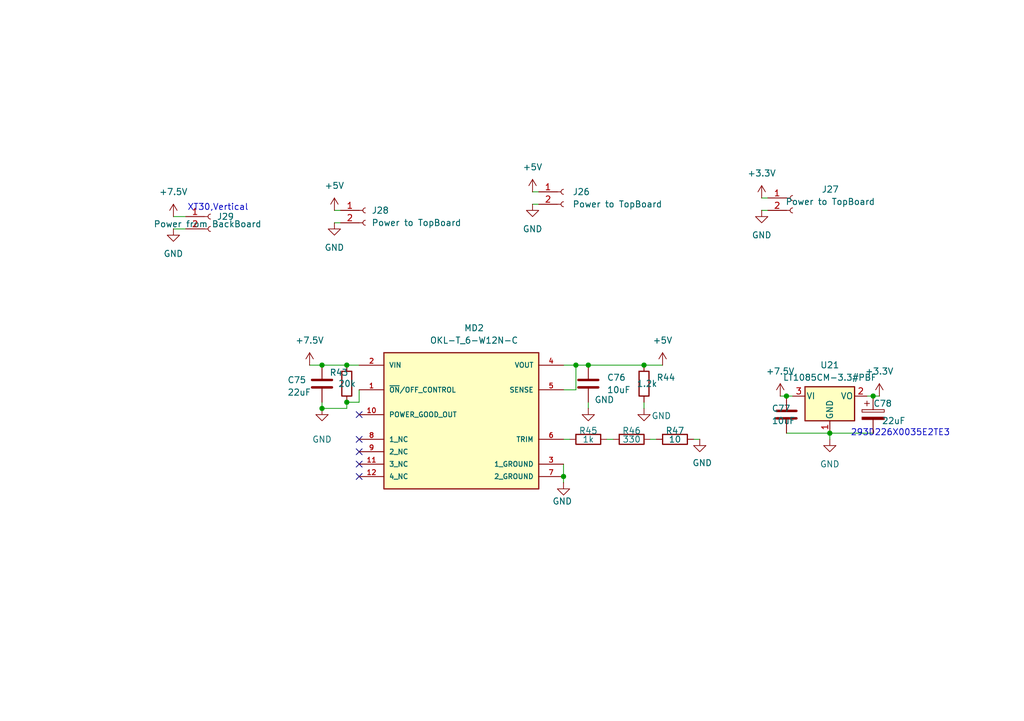
<source format=kicad_sch>
(kicad_sch
	(version 20231120)
	(generator "eeschema")
	(generator_version "8.0")
	(uuid "b964756c-8187-4177-ad74-90e0c2512a7f")
	(paper "A5")
	(lib_symbols
		(symbol "Connector:Conn_01x02_Socket"
			(pin_names
				(offset 1.016) hide)
			(exclude_from_sim no)
			(in_bom yes)
			(on_board yes)
			(property "Reference" "J"
				(at 0 2.54 0)
				(effects
					(font
						(size 1.27 1.27)
					)
				)
			)
			(property "Value" "Conn_01x02_Socket"
				(at 0 -5.08 0)
				(effects
					(font
						(size 1.27 1.27)
					)
				)
			)
			(property "Footprint" ""
				(at 0 0 0)
				(effects
					(font
						(size 1.27 1.27)
					)
					(hide yes)
				)
			)
			(property "Datasheet" "~"
				(at 0 0 0)
				(effects
					(font
						(size 1.27 1.27)
					)
					(hide yes)
				)
			)
			(property "Description" "Generic connector, single row, 01x02, script generated"
				(at 0 0 0)
				(effects
					(font
						(size 1.27 1.27)
					)
					(hide yes)
				)
			)
			(property "ki_locked" ""
				(at 0 0 0)
				(effects
					(font
						(size 1.27 1.27)
					)
				)
			)
			(property "ki_keywords" "connector"
				(at 0 0 0)
				(effects
					(font
						(size 1.27 1.27)
					)
					(hide yes)
				)
			)
			(property "ki_fp_filters" "Connector*:*_1x??_*"
				(at 0 0 0)
				(effects
					(font
						(size 1.27 1.27)
					)
					(hide yes)
				)
			)
			(symbol "Conn_01x02_Socket_1_1"
				(arc
					(start 0 -2.032)
					(mid -0.5058 -2.54)
					(end 0 -3.048)
					(stroke
						(width 0.1524)
						(type default)
					)
					(fill
						(type none)
					)
				)
				(polyline
					(pts
						(xy -1.27 -2.54) (xy -0.508 -2.54)
					)
					(stroke
						(width 0.1524)
						(type default)
					)
					(fill
						(type none)
					)
				)
				(polyline
					(pts
						(xy -1.27 0) (xy -0.508 0)
					)
					(stroke
						(width 0.1524)
						(type default)
					)
					(fill
						(type none)
					)
				)
				(arc
					(start 0 0.508)
					(mid -0.5058 0)
					(end 0 -0.508)
					(stroke
						(width 0.1524)
						(type default)
					)
					(fill
						(type none)
					)
				)
				(pin passive line
					(at -5.08 0 0)
					(length 3.81)
					(name "Pin_1"
						(effects
							(font
								(size 1.27 1.27)
							)
						)
					)
					(number "1"
						(effects
							(font
								(size 1.27 1.27)
							)
						)
					)
				)
				(pin passive line
					(at -5.08 -2.54 0)
					(length 3.81)
					(name "Pin_2"
						(effects
							(font
								(size 1.27 1.27)
							)
						)
					)
					(number "2"
						(effects
							(font
								(size 1.27 1.27)
							)
						)
					)
				)
			)
		)
		(symbol "Device:C"
			(pin_numbers hide)
			(pin_names
				(offset 0.254)
			)
			(exclude_from_sim no)
			(in_bom yes)
			(on_board yes)
			(property "Reference" "C"
				(at 0.635 2.54 0)
				(effects
					(font
						(size 1.27 1.27)
					)
					(justify left)
				)
			)
			(property "Value" "C"
				(at 0.635 -2.54 0)
				(effects
					(font
						(size 1.27 1.27)
					)
					(justify left)
				)
			)
			(property "Footprint" ""
				(at 0.9652 -3.81 0)
				(effects
					(font
						(size 1.27 1.27)
					)
					(hide yes)
				)
			)
			(property "Datasheet" "~"
				(at 0 0 0)
				(effects
					(font
						(size 1.27 1.27)
					)
					(hide yes)
				)
			)
			(property "Description" "Unpolarized capacitor"
				(at 0 0 0)
				(effects
					(font
						(size 1.27 1.27)
					)
					(hide yes)
				)
			)
			(property "ki_keywords" "cap capacitor"
				(at 0 0 0)
				(effects
					(font
						(size 1.27 1.27)
					)
					(hide yes)
				)
			)
			(property "ki_fp_filters" "C_*"
				(at 0 0 0)
				(effects
					(font
						(size 1.27 1.27)
					)
					(hide yes)
				)
			)
			(symbol "C_0_1"
				(polyline
					(pts
						(xy -2.032 -0.762) (xy 2.032 -0.762)
					)
					(stroke
						(width 0.508)
						(type default)
					)
					(fill
						(type none)
					)
				)
				(polyline
					(pts
						(xy -2.032 0.762) (xy 2.032 0.762)
					)
					(stroke
						(width 0.508)
						(type default)
					)
					(fill
						(type none)
					)
				)
			)
			(symbol "C_1_1"
				(pin passive line
					(at 0 3.81 270)
					(length 2.794)
					(name "~"
						(effects
							(font
								(size 1.27 1.27)
							)
						)
					)
					(number "1"
						(effects
							(font
								(size 1.27 1.27)
							)
						)
					)
				)
				(pin passive line
					(at 0 -3.81 90)
					(length 2.794)
					(name "~"
						(effects
							(font
								(size 1.27 1.27)
							)
						)
					)
					(number "2"
						(effects
							(font
								(size 1.27 1.27)
							)
						)
					)
				)
			)
		)
		(symbol "Device:C_Polarized"
			(pin_numbers hide)
			(pin_names
				(offset 0.254)
			)
			(exclude_from_sim no)
			(in_bom yes)
			(on_board yes)
			(property "Reference" "C"
				(at 0.635 2.54 0)
				(effects
					(font
						(size 1.27 1.27)
					)
					(justify left)
				)
			)
			(property "Value" "C_Polarized"
				(at 0.635 -2.54 0)
				(effects
					(font
						(size 1.27 1.27)
					)
					(justify left)
				)
			)
			(property "Footprint" ""
				(at 0.9652 -3.81 0)
				(effects
					(font
						(size 1.27 1.27)
					)
					(hide yes)
				)
			)
			(property "Datasheet" "~"
				(at 0 0 0)
				(effects
					(font
						(size 1.27 1.27)
					)
					(hide yes)
				)
			)
			(property "Description" "Polarized capacitor"
				(at 0 0 0)
				(effects
					(font
						(size 1.27 1.27)
					)
					(hide yes)
				)
			)
			(property "ki_keywords" "cap capacitor"
				(at 0 0 0)
				(effects
					(font
						(size 1.27 1.27)
					)
					(hide yes)
				)
			)
			(property "ki_fp_filters" "CP_*"
				(at 0 0 0)
				(effects
					(font
						(size 1.27 1.27)
					)
					(hide yes)
				)
			)
			(symbol "C_Polarized_0_1"
				(rectangle
					(start -2.286 0.508)
					(end 2.286 1.016)
					(stroke
						(width 0)
						(type default)
					)
					(fill
						(type none)
					)
				)
				(polyline
					(pts
						(xy -1.778 2.286) (xy -0.762 2.286)
					)
					(stroke
						(width 0)
						(type default)
					)
					(fill
						(type none)
					)
				)
				(polyline
					(pts
						(xy -1.27 2.794) (xy -1.27 1.778)
					)
					(stroke
						(width 0)
						(type default)
					)
					(fill
						(type none)
					)
				)
				(rectangle
					(start 2.286 -0.508)
					(end -2.286 -1.016)
					(stroke
						(width 0)
						(type default)
					)
					(fill
						(type outline)
					)
				)
			)
			(symbol "C_Polarized_1_1"
				(pin passive line
					(at 0 3.81 270)
					(length 2.794)
					(name "~"
						(effects
							(font
								(size 1.27 1.27)
							)
						)
					)
					(number "1"
						(effects
							(font
								(size 1.27 1.27)
							)
						)
					)
				)
				(pin passive line
					(at 0 -3.81 90)
					(length 2.794)
					(name "~"
						(effects
							(font
								(size 1.27 1.27)
							)
						)
					)
					(number "2"
						(effects
							(font
								(size 1.27 1.27)
							)
						)
					)
				)
			)
		)
		(symbol "Device:R"
			(pin_numbers hide)
			(pin_names
				(offset 0)
			)
			(exclude_from_sim no)
			(in_bom yes)
			(on_board yes)
			(property "Reference" "R"
				(at 2.032 0 90)
				(effects
					(font
						(size 1.27 1.27)
					)
				)
			)
			(property "Value" "R"
				(at 0 0 90)
				(effects
					(font
						(size 1.27 1.27)
					)
				)
			)
			(property "Footprint" ""
				(at -1.778 0 90)
				(effects
					(font
						(size 1.27 1.27)
					)
					(hide yes)
				)
			)
			(property "Datasheet" "~"
				(at 0 0 0)
				(effects
					(font
						(size 1.27 1.27)
					)
					(hide yes)
				)
			)
			(property "Description" "Resistor"
				(at 0 0 0)
				(effects
					(font
						(size 1.27 1.27)
					)
					(hide yes)
				)
			)
			(property "ki_keywords" "R res resistor"
				(at 0 0 0)
				(effects
					(font
						(size 1.27 1.27)
					)
					(hide yes)
				)
			)
			(property "ki_fp_filters" "R_*"
				(at 0 0 0)
				(effects
					(font
						(size 1.27 1.27)
					)
					(hide yes)
				)
			)
			(symbol "R_0_1"
				(rectangle
					(start -1.016 -2.54)
					(end 1.016 2.54)
					(stroke
						(width 0.254)
						(type default)
					)
					(fill
						(type none)
					)
				)
			)
			(symbol "R_1_1"
				(pin passive line
					(at 0 3.81 270)
					(length 1.27)
					(name "~"
						(effects
							(font
								(size 1.27 1.27)
							)
						)
					)
					(number "1"
						(effects
							(font
								(size 1.27 1.27)
							)
						)
					)
				)
				(pin passive line
					(at 0 -3.81 90)
					(length 1.27)
					(name "~"
						(effects
							(font
								(size 1.27 1.27)
							)
						)
					)
					(number "2"
						(effects
							(font
								(size 1.27 1.27)
							)
						)
					)
				)
			)
		)
		(symbol "OKL-T-6-W12N-C:OKL-T_6-W12N-C"
			(pin_names
				(offset 1.016)
			)
			(exclude_from_sim no)
			(in_bom yes)
			(on_board yes)
			(property "Reference" "MD"
				(at 2.54 -2.54 0)
				(effects
					(font
						(size 1.27 1.27)
					)
					(justify left top)
				)
			)
			(property "Value" "OKL-T_6-W12N-C"
				(at 0 0 0)
				(effects
					(font
						(size 1.27 1.27)
					)
					(justify bottom)
				)
			)
			(property "Footprint" "OKL-T_6-W12N-C:MURATA_OKL-T-6-W12N-C_0"
				(at 0 0 0)
				(effects
					(font
						(size 1.27 1.27)
					)
					(justify bottom)
					(hide yes)
				)
			)
			(property "Datasheet" "https://www.murata.com/en-us/products/productdetail.aspx?partno=OKL-T/6-W12N-C"
				(at 0 0 0)
				(effects
					(font
						(size 1.27 1.27)
					)
					(justify bottom)
					(hide yes)
				)
			)
			(property "Description" ""
				(at 0 0 0)
				(effects
					(font
						(size 1.27 1.27)
					)
					(hide yes)
				)
			)
			(property "MOUSER_DESCRIPTION" "Non-Isolated DC/DC Converters 12Vin .59-5.5Vout 6A 30W Neg Polarity"
				(at 0 0 0)
				(effects
					(font
						(size 1.27 1.27)
					)
					(justify bottom)
					(hide yes)
				)
			)
			(property "NUMBER_OF_OUTPUTS" "1"
				(at 0 0 0)
				(effects
					(font
						(size 1.27 1.27)
					)
					(justify bottom)
					(hide yes)
				)
			)
			(property "Check_prices" "https://www.snapeda.com/parts/OKL-T/6-W12N-C/Murata/view-part/?ref=eda"
				(at 0 0 0)
				(effects
					(font
						(size 1.27 1.27)
					)
					(justify bottom)
					(hide yes)
				)
			)
			(property "MOUSER_PART_NUMBER" "580-OKL-T/6-W12N-C"
				(at 0 0 0)
				(effects
					(font
						(size 1.27 1.27)
					)
					(justify bottom)
					(hide yes)
				)
			)
			(property "MFG_PACKAGE_IDENT_COMPONENT_ID" "4873da16363307f0"
				(at 0 0 0)
				(effects
					(font
						(size 1.27 1.27)
					)
					(justify bottom)
					(hide yes)
				)
			)
			(property "AUTOMOTIVE" "No"
				(at 0 0 0)
				(effects
					(font
						(size 1.27 1.27)
					)
					(justify bottom)
					(hide yes)
				)
			)
			(property "SWITCHING_TOPOLOGY" "Buck"
				(at 0 0 0)
				(effects
					(font
						(size 1.27 1.27)
					)
					(justify bottom)
					(hide yes)
				)
			)
			(property "MFG_PACKAGE_IDENT_DATE" "0"
				(at 0 0 0)
				(effects
					(font
						(size 1.27 1.27)
					)
					(justify bottom)
					(hide yes)
				)
			)
			(property "PREFIX" "MD"
				(at 0 0 0)
				(effects
					(font
						(size 1.27 1.27)
					)
					(justify bottom)
					(hide yes)
				)
			)
			(property "MAX_SUPPLY_VOLTAGE" "14V"
				(at 0 0 0)
				(effects
					(font
						(size 1.27 1.27)
					)
					(justify bottom)
					(hide yes)
				)
			)
			(property "TEMPERATURE_RANGE_LOW" "-40°C"
				(at 0 0 0)
				(effects
					(font
						(size 1.27 1.27)
					)
					(justify bottom)
					(hide yes)
				)
			)
			(property "OUTPUT_CURRENT" "6A"
				(at 0 0 0)
				(effects
					(font
						(size 1.27 1.27)
					)
					(justify bottom)
					(hide yes)
				)
			)
			(property "OUTPUT_VOLTAGE" "0.591-5.5V"
				(at 0 0 0)
				(effects
					(font
						(size 1.27 1.27)
					)
					(justify bottom)
					(hide yes)
				)
			)
			(property "DIGIKEY_DESCRIPTION" "DC DC CONVERTER 0.591-5.5V 30W"
				(at 0 0 0)
				(effects
					(font
						(size 1.27 1.27)
					)
					(justify bottom)
					(hide yes)
				)
			)
			(property "CENTROID_NOT_SPECIFIED" "No"
				(at 0 0 0)
				(effects
					(font
						(size 1.27 1.27)
					)
					(justify bottom)
					(hide yes)
				)
			)
			(property "Description_1" "\n                        \n                            Non-Isolated PoL Module DC DC Converter 1 Output 0.591 ~ 5.5V - - 6A 4.5V - 14V Input\n                        \n"
				(at 0 0 0)
				(effects
					(font
						(size 1.27 1.27)
					)
					(justify bottom)
					(hide yes)
				)
			)
			(property "Price" "None"
				(at 0 0 0)
				(effects
					(font
						(size 1.27 1.27)
					)
					(justify bottom)
					(hide yes)
				)
			)
			(property "Package" "Murata Power Solutions Inc."
				(at 0 0 0)
				(effects
					(font
						(size 1.27 1.27)
					)
					(justify bottom)
					(hide yes)
				)
			)
			(property "DEVICE_CLASS_L1" "Integrated Circuits (ICs)"
				(at 0 0 0)
				(effects
					(font
						(size 1.27 1.27)
					)
					(justify bottom)
					(hide yes)
				)
			)
			(property "DEVICE_CLASS_L3" "Voltage Regulators - Switching"
				(at 0 0 0)
				(effects
					(font
						(size 1.27 1.27)
					)
					(justify bottom)
					(hide yes)
				)
			)
			(property "DEVICE_CLASS_L2" "Power Management ICs"
				(at 0 0 0)
				(effects
					(font
						(size 1.27 1.27)
					)
					(justify bottom)
					(hide yes)
				)
			)
			(property "OUTPUT_TYPE" "AdjustableProgrammable"
				(at 0 0 0)
				(effects
					(font
						(size 1.27 1.27)
					)
					(justify bottom)
					(hide yes)
				)
			)
			(property "FOOTPRINT_VARIANT_NAME_0" "Recommended_Land_Pattern"
				(at 0 0 0)
				(effects
					(font
						(size 1.27 1.27)
					)
					(justify bottom)
					(hide yes)
				)
			)
			(property "MP" "OKL-T/6-W12N-C"
				(at 0 0 0)
				(effects
					(font
						(size 1.27 1.27)
					)
					(justify bottom)
					(hide yes)
				)
			)
			(property "DIGIKEY_PART_NUMBER" "811-2214-1-ND"
				(at 0 0 0)
				(effects
					(font
						(size 1.27 1.27)
					)
					(justify bottom)
					(hide yes)
				)
			)
			(property "PACKAGE" "iLGA12"
				(at 0 0 0)
				(effects
					(font
						(size 1.27 1.27)
					)
					(justify bottom)
					(hide yes)
				)
			)
			(property "LEAD_FREE" "Yes"
				(at 0 0 0)
				(effects
					(font
						(size 1.27 1.27)
					)
					(justify bottom)
					(hide yes)
				)
			)
			(property "HEIGHT" "7.2mm"
				(at 0 0 0)
				(effects
					(font
						(size 1.27 1.27)
					)
					(justify bottom)
					(hide yes)
				)
			)
			(property "SnapEDA_Link" "https://www.snapeda.com/parts/OKL-T/6-W12N-C/Murata/view-part/?ref=snap"
				(at 0 0 0)
				(effects
					(font
						(size 1.27 1.27)
					)
					(justify bottom)
					(hide yes)
				)
			)
			(property "VERIFICATION_VERSION" "0.0.0.3"
				(at 0 0 0)
				(effects
					(font
						(size 1.27 1.27)
					)
					(justify bottom)
					(hide yes)
				)
			)
			(property "MFG_PACKAGE_IDENT" "OKL-T/6-W12"
				(at 0 0 0)
				(effects
					(font
						(size 1.27 1.27)
					)
					(justify bottom)
					(hide yes)
				)
			)
			(property "MF" "Murata Power Solutions Inc."
				(at 0 0 0)
				(effects
					(font
						(size 1.27 1.27)
					)
					(justify bottom)
					(hide yes)
				)
			)
			(property "SWITCHING_FREQUENCY" "600kHz"
				(at 0 0 0)
				(effects
					(font
						(size 1.27 1.27)
					)
					(justify bottom)
					(hide yes)
				)
			)
			(property "MPN" "OKL-T/6-W12N-C"
				(at 0 0 0)
				(effects
					(font
						(size 1.27 1.27)
					)
					(justify bottom)
					(hide yes)
				)
			)
			(property "TEMPERATURE_RANGE_HIGH" "+85°C"
				(at 0 0 0)
				(effects
					(font
						(size 1.27 1.27)
					)
					(justify bottom)
					(hide yes)
				)
			)
			(property "NOMINAL_SUPPLY_CURRENT" "20mA"
				(at 0 0 0)
				(effects
					(font
						(size 1.27 1.27)
					)
					(justify bottom)
					(hide yes)
				)
			)
			(property "MIN_SUPPLY_VOLTAGE" "4.5V"
				(at 0 0 0)
				(effects
					(font
						(size 1.27 1.27)
					)
					(justify bottom)
					(hide yes)
				)
			)
			(property "MFG_PACKAGE_IDENT_REV" "0"
				(at 0 0 0)
				(effects
					(font
						(size 1.27 1.27)
					)
					(justify bottom)
					(hide yes)
				)
			)
			(property "Availability" "In Stock"
				(at 0 0 0)
				(effects
					(font
						(size 1.27 1.27)
					)
					(justify bottom)
					(hide yes)
				)
			)
			(property "ROHS" "Yes"
				(at 0 0 0)
				(effects
					(font
						(size 1.27 1.27)
					)
					(justify bottom)
					(hide yes)
				)
			)
			(symbol "OKL-T_6-W12N-C_0_0"
				(rectangle
					(start 2.54 -5.08)
					(end 34.29 -33.02)
					(stroke
						(width 0.254)
						(type default)
					)
					(fill
						(type background)
					)
				)
				(pin bidirectional line
					(at -2.54 -12.7 0)
					(length 5.08)
					(name "~{ON}/OFF_CONTROL"
						(effects
							(font
								(size 1.016 1.016)
							)
						)
					)
					(number "1"
						(effects
							(font
								(size 1.016 1.016)
							)
						)
					)
				)
				(pin open_collector line
					(at -2.54 -17.78 0)
					(length 5.08)
					(name "POWER_GOOD_OUT"
						(effects
							(font
								(size 1.016 1.016)
							)
						)
					)
					(number "10"
						(effects
							(font
								(size 1.016 1.016)
							)
						)
					)
				)
				(pin passive line
					(at -2.54 -27.94 0)
					(length 5.08)
					(name "3_NC"
						(effects
							(font
								(size 1.016 1.016)
							)
						)
					)
					(number "11"
						(effects
							(font
								(size 1.016 1.016)
							)
						)
					)
				)
				(pin passive line
					(at -2.54 -30.48 0)
					(length 5.08)
					(name "4_NC"
						(effects
							(font
								(size 1.016 1.016)
							)
						)
					)
					(number "12"
						(effects
							(font
								(size 1.016 1.016)
							)
						)
					)
				)
				(pin power_in line
					(at 39.37 -27.94 180)
					(length 5.08)
					(name "1_GROUND"
						(effects
							(font
								(size 1.016 1.016)
							)
						)
					)
					(number "3"
						(effects
							(font
								(size 1.016 1.016)
							)
						)
					)
				)
				(pin passive line
					(at 39.37 -12.7 180)
					(length 5.08)
					(name "SENSE"
						(effects
							(font
								(size 1.016 1.016)
							)
						)
					)
					(number "5"
						(effects
							(font
								(size 1.016 1.016)
							)
						)
					)
				)
				(pin passive line
					(at 39.37 -22.86 180)
					(length 5.08)
					(name "TRIM"
						(effects
							(font
								(size 1.016 1.016)
							)
						)
					)
					(number "6"
						(effects
							(font
								(size 1.016 1.016)
							)
						)
					)
				)
				(pin power_in line
					(at 39.37 -30.48 180)
					(length 5.08)
					(name "2_GROUND"
						(effects
							(font
								(size 1.016 1.016)
							)
						)
					)
					(number "7"
						(effects
							(font
								(size 1.016 1.016)
							)
						)
					)
				)
				(pin passive line
					(at -2.54 -22.86 0)
					(length 5.08)
					(name "1_NC"
						(effects
							(font
								(size 1.016 1.016)
							)
						)
					)
					(number "8"
						(effects
							(font
								(size 1.016 1.016)
							)
						)
					)
				)
				(pin passive line
					(at -2.54 -25.4 0)
					(length 5.08)
					(name "2_NC"
						(effects
							(font
								(size 1.016 1.016)
							)
						)
					)
					(number "9"
						(effects
							(font
								(size 1.016 1.016)
							)
						)
					)
				)
			)
			(symbol "OKL-T_6-W12N-C_1_0"
				(pin power_in line
					(at -2.54 -7.62 0)
					(length 5.08)
					(name "VIN"
						(effects
							(font
								(size 1.016 1.016)
							)
						)
					)
					(number "2"
						(effects
							(font
								(size 1.016 1.016)
							)
						)
					)
				)
				(pin power_out line
					(at 39.37 -7.62 180)
					(length 5.08)
					(name "VOUT"
						(effects
							(font
								(size 1.016 1.016)
							)
						)
					)
					(number "4"
						(effects
							(font
								(size 1.016 1.016)
							)
						)
					)
				)
			)
		)
		(symbol "Regulator_Linear:LT1085-3.3"
			(pin_names
				(offset 0.254)
			)
			(exclude_from_sim no)
			(in_bom yes)
			(on_board yes)
			(property "Reference" "U"
				(at -3.81 3.175 0)
				(effects
					(font
						(size 1.27 1.27)
					)
				)
			)
			(property "Value" "LT1085-3.3"
				(at 0 3.175 0)
				(effects
					(font
						(size 1.27 1.27)
					)
					(justify left)
				)
			)
			(property "Footprint" ""
				(at 0 6.35 0)
				(effects
					(font
						(size 1.27 1.27)
						(italic yes)
					)
					(hide yes)
				)
			)
			(property "Datasheet" "https://www.analog.com/media/en/technical-documentation/data-sheets/1083ffe.pdf"
				(at 0 0 0)
				(effects
					(font
						(size 1.27 1.27)
					)
					(hide yes)
				)
			)
			(property "Description" "3.0A 20V LDO Linear Regulator, Fixed Output 3.3V, TO-220/TO-263"
				(at 0 0 0)
				(effects
					(font
						(size 1.27 1.27)
					)
					(hide yes)
				)
			)
			(property "ki_keywords" "Voltage Regulator Fixed 3.0A Positive LDO"
				(at 0 0 0)
				(effects
					(font
						(size 1.27 1.27)
					)
					(hide yes)
				)
			)
			(property "ki_fp_filters" "TO?220* TO?263*"
				(at 0 0 0)
				(effects
					(font
						(size 1.27 1.27)
					)
					(hide yes)
				)
			)
			(symbol "LT1085-3.3_0_1"
				(rectangle
					(start -5.08 1.905)
					(end 5.08 -5.08)
					(stroke
						(width 0.254)
						(type default)
					)
					(fill
						(type background)
					)
				)
			)
			(symbol "LT1085-3.3_1_1"
				(pin power_in line
					(at 0 -7.62 90)
					(length 2.54)
					(name "GND"
						(effects
							(font
								(size 1.27 1.27)
							)
						)
					)
					(number "1"
						(effects
							(font
								(size 1.27 1.27)
							)
						)
					)
				)
				(pin power_out line
					(at 7.62 0 180)
					(length 2.54)
					(name "VO"
						(effects
							(font
								(size 1.27 1.27)
							)
						)
					)
					(number "2"
						(effects
							(font
								(size 1.27 1.27)
							)
						)
					)
				)
				(pin power_in line
					(at -7.62 0 0)
					(length 2.54)
					(name "VI"
						(effects
							(font
								(size 1.27 1.27)
							)
						)
					)
					(number "3"
						(effects
							(font
								(size 1.27 1.27)
							)
						)
					)
				)
			)
		)
		(symbol "power:+3.3V"
			(power)
			(pin_numbers hide)
			(pin_names
				(offset 0) hide)
			(exclude_from_sim no)
			(in_bom yes)
			(on_board yes)
			(property "Reference" "#PWR"
				(at 0 -3.81 0)
				(effects
					(font
						(size 1.27 1.27)
					)
					(hide yes)
				)
			)
			(property "Value" "+3.3V"
				(at 0 3.556 0)
				(effects
					(font
						(size 1.27 1.27)
					)
				)
			)
			(property "Footprint" ""
				(at 0 0 0)
				(effects
					(font
						(size 1.27 1.27)
					)
					(hide yes)
				)
			)
			(property "Datasheet" ""
				(at 0 0 0)
				(effects
					(font
						(size 1.27 1.27)
					)
					(hide yes)
				)
			)
			(property "Description" "Power symbol creates a global label with name \"+3.3V\""
				(at 0 0 0)
				(effects
					(font
						(size 1.27 1.27)
					)
					(hide yes)
				)
			)
			(property "ki_keywords" "global power"
				(at 0 0 0)
				(effects
					(font
						(size 1.27 1.27)
					)
					(hide yes)
				)
			)
			(symbol "+3.3V_0_1"
				(polyline
					(pts
						(xy -0.762 1.27) (xy 0 2.54)
					)
					(stroke
						(width 0)
						(type default)
					)
					(fill
						(type none)
					)
				)
				(polyline
					(pts
						(xy 0 0) (xy 0 2.54)
					)
					(stroke
						(width 0)
						(type default)
					)
					(fill
						(type none)
					)
				)
				(polyline
					(pts
						(xy 0 2.54) (xy 0.762 1.27)
					)
					(stroke
						(width 0)
						(type default)
					)
					(fill
						(type none)
					)
				)
			)
			(symbol "+3.3V_1_1"
				(pin power_in line
					(at 0 0 90)
					(length 0)
					(name "~"
						(effects
							(font
								(size 1.27 1.27)
							)
						)
					)
					(number "1"
						(effects
							(font
								(size 1.27 1.27)
							)
						)
					)
				)
			)
		)
		(symbol "power:+5V"
			(power)
			(pin_numbers hide)
			(pin_names
				(offset 0) hide)
			(exclude_from_sim no)
			(in_bom yes)
			(on_board yes)
			(property "Reference" "#PWR"
				(at 0 -3.81 0)
				(effects
					(font
						(size 1.27 1.27)
					)
					(hide yes)
				)
			)
			(property "Value" "+5V"
				(at 0 3.556 0)
				(effects
					(font
						(size 1.27 1.27)
					)
				)
			)
			(property "Footprint" ""
				(at 0 0 0)
				(effects
					(font
						(size 1.27 1.27)
					)
					(hide yes)
				)
			)
			(property "Datasheet" ""
				(at 0 0 0)
				(effects
					(font
						(size 1.27 1.27)
					)
					(hide yes)
				)
			)
			(property "Description" "Power symbol creates a global label with name \"+5V\""
				(at 0 0 0)
				(effects
					(font
						(size 1.27 1.27)
					)
					(hide yes)
				)
			)
			(property "ki_keywords" "global power"
				(at 0 0 0)
				(effects
					(font
						(size 1.27 1.27)
					)
					(hide yes)
				)
			)
			(symbol "+5V_0_1"
				(polyline
					(pts
						(xy -0.762 1.27) (xy 0 2.54)
					)
					(stroke
						(width 0)
						(type default)
					)
					(fill
						(type none)
					)
				)
				(polyline
					(pts
						(xy 0 0) (xy 0 2.54)
					)
					(stroke
						(width 0)
						(type default)
					)
					(fill
						(type none)
					)
				)
				(polyline
					(pts
						(xy 0 2.54) (xy 0.762 1.27)
					)
					(stroke
						(width 0)
						(type default)
					)
					(fill
						(type none)
					)
				)
			)
			(symbol "+5V_1_1"
				(pin power_in line
					(at 0 0 90)
					(length 0)
					(name "~"
						(effects
							(font
								(size 1.27 1.27)
							)
						)
					)
					(number "1"
						(effects
							(font
								(size 1.27 1.27)
							)
						)
					)
				)
			)
		)
		(symbol "power:+7.5V"
			(power)
			(pin_numbers hide)
			(pin_names
				(offset 0) hide)
			(exclude_from_sim no)
			(in_bom yes)
			(on_board yes)
			(property "Reference" "#PWR"
				(at 0 -3.81 0)
				(effects
					(font
						(size 1.27 1.27)
					)
					(hide yes)
				)
			)
			(property "Value" "+7.5V"
				(at 0 3.556 0)
				(effects
					(font
						(size 1.27 1.27)
					)
				)
			)
			(property "Footprint" ""
				(at 0 0 0)
				(effects
					(font
						(size 1.27 1.27)
					)
					(hide yes)
				)
			)
			(property "Datasheet" ""
				(at 0 0 0)
				(effects
					(font
						(size 1.27 1.27)
					)
					(hide yes)
				)
			)
			(property "Description" "Power symbol creates a global label with name \"+7.5V\""
				(at 0 0 0)
				(effects
					(font
						(size 1.27 1.27)
					)
					(hide yes)
				)
			)
			(property "ki_keywords" "global power"
				(at 0 0 0)
				(effects
					(font
						(size 1.27 1.27)
					)
					(hide yes)
				)
			)
			(symbol "+7.5V_0_1"
				(polyline
					(pts
						(xy -0.762 1.27) (xy 0 2.54)
					)
					(stroke
						(width 0)
						(type default)
					)
					(fill
						(type none)
					)
				)
				(polyline
					(pts
						(xy 0 0) (xy 0 2.54)
					)
					(stroke
						(width 0)
						(type default)
					)
					(fill
						(type none)
					)
				)
				(polyline
					(pts
						(xy 0 2.54) (xy 0.762 1.27)
					)
					(stroke
						(width 0)
						(type default)
					)
					(fill
						(type none)
					)
				)
			)
			(symbol "+7.5V_1_1"
				(pin power_in line
					(at 0 0 90)
					(length 0)
					(name "~"
						(effects
							(font
								(size 1.27 1.27)
							)
						)
					)
					(number "1"
						(effects
							(font
								(size 1.27 1.27)
							)
						)
					)
				)
			)
		)
		(symbol "power:GND"
			(power)
			(pin_numbers hide)
			(pin_names
				(offset 0) hide)
			(exclude_from_sim no)
			(in_bom yes)
			(on_board yes)
			(property "Reference" "#PWR"
				(at 0 -6.35 0)
				(effects
					(font
						(size 1.27 1.27)
					)
					(hide yes)
				)
			)
			(property "Value" "GND"
				(at 0 -3.81 0)
				(effects
					(font
						(size 1.27 1.27)
					)
				)
			)
			(property "Footprint" ""
				(at 0 0 0)
				(effects
					(font
						(size 1.27 1.27)
					)
					(hide yes)
				)
			)
			(property "Datasheet" ""
				(at 0 0 0)
				(effects
					(font
						(size 1.27 1.27)
					)
					(hide yes)
				)
			)
			(property "Description" "Power symbol creates a global label with name \"GND\" , ground"
				(at 0 0 0)
				(effects
					(font
						(size 1.27 1.27)
					)
					(hide yes)
				)
			)
			(property "ki_keywords" "global power"
				(at 0 0 0)
				(effects
					(font
						(size 1.27 1.27)
					)
					(hide yes)
				)
			)
			(symbol "GND_0_1"
				(polyline
					(pts
						(xy 0 0) (xy 0 -1.27) (xy 1.27 -1.27) (xy 0 -2.54) (xy -1.27 -1.27) (xy 0 -1.27)
					)
					(stroke
						(width 0)
						(type default)
					)
					(fill
						(type none)
					)
				)
			)
			(symbol "GND_1_1"
				(pin power_in line
					(at 0 0 270)
					(length 0)
					(name "~"
						(effects
							(font
								(size 1.27 1.27)
							)
						)
					)
					(number "1"
						(effects
							(font
								(size 1.27 1.27)
							)
						)
					)
				)
			)
		)
	)
	(junction
		(at 118.11 74.93)
		(diameter 0)
		(color 0 0 0 0)
		(uuid "1774f465-492d-42b4-a53f-e5c1d0110724")
	)
	(junction
		(at 71.12 74.93)
		(diameter 0)
		(color 0 0 0 0)
		(uuid "1e7e2147-2ea4-422f-8bd0-46ae021b9aaa")
	)
	(junction
		(at 132.08 74.93)
		(diameter 0)
		(color 0 0 0 0)
		(uuid "60ad03a2-b1a3-47e3-97f9-27a518bdfddf")
	)
	(junction
		(at 66.04 74.93)
		(diameter 0)
		(color 0 0 0 0)
		(uuid "79adb741-9b7c-4176-951a-325acfe0ba61")
	)
	(junction
		(at 161.29 81.28)
		(diameter 0)
		(color 0 0 0 0)
		(uuid "9ce201a9-bdcc-4510-ae1d-231ce4ad5497")
	)
	(junction
		(at 66.04 83.82)
		(diameter 0)
		(color 0 0 0 0)
		(uuid "9fbfbabc-3cec-467f-90c7-e3468823d7de")
	)
	(junction
		(at 115.57 97.79)
		(diameter 0)
		(color 0 0 0 0)
		(uuid "a4a7674e-cc73-4120-a6af-37750253e847")
	)
	(junction
		(at 120.65 74.93)
		(diameter 0)
		(color 0 0 0 0)
		(uuid "c0931865-7560-4b9a-8543-769408dcf975")
	)
	(junction
		(at 71.12 82.55)
		(diameter 0)
		(color 0 0 0 0)
		(uuid "d3097f0f-e58b-4bbf-a453-82e7861cfd4f")
	)
	(junction
		(at 179.07 81.28)
		(diameter 0)
		(color 0 0 0 0)
		(uuid "e12b16cc-a10e-4641-abbc-f409af979668")
	)
	(junction
		(at 170.18 88.9)
		(diameter 0)
		(color 0 0 0 0)
		(uuid "e82441bd-1216-4e95-ad27-23e2a99e680e")
	)
	(no_connect
		(at 73.66 90.17)
		(uuid "626e668f-c60b-483b-87f2-f7bd050916f5")
	)
	(no_connect
		(at 73.66 97.79)
		(uuid "8822f7d1-d1bd-4d8c-afb5-2c6e4bc033d0")
	)
	(no_connect
		(at 73.66 92.71)
		(uuid "a0bf17ec-c69c-45fc-8d21-aa23f1dfdb4c")
	)
	(no_connect
		(at 73.66 85.09)
		(uuid "c1b7cc8b-42c4-43ff-8795-d4348b1dfcd8")
	)
	(no_connect
		(at 73.66 95.25)
		(uuid "f0b72436-7a19-4f2a-9a91-fabe11ef8848")
	)
	(wire
		(pts
			(xy 132.08 74.93) (xy 135.89 74.93)
		)
		(stroke
			(width 0)
			(type default)
		)
		(uuid "034fb4e3-47b9-4cc5-8dbf-bc9ffe39d781")
	)
	(wire
		(pts
			(xy 115.57 97.79) (xy 115.57 99.06)
		)
		(stroke
			(width 0)
			(type default)
		)
		(uuid "055bf9a9-f8ee-4776-b33d-f2f2b241cbf7")
	)
	(wire
		(pts
			(xy 35.56 46.99) (xy 38.1 46.99)
		)
		(stroke
			(width 0)
			(type default)
		)
		(uuid "06d2372f-c115-44a3-a6a2-e000b9dbae3a")
	)
	(wire
		(pts
			(xy 73.66 80.01) (xy 73.66 82.55)
		)
		(stroke
			(width 0)
			(type default)
		)
		(uuid "11be112e-691a-4176-93e8-bf5db203236b")
	)
	(wire
		(pts
			(xy 160.02 81.28) (xy 161.29 81.28)
		)
		(stroke
			(width 0)
			(type default)
		)
		(uuid "18a494c1-f4eb-40a9-adbb-1fc9d6621f51")
	)
	(wire
		(pts
			(xy 66.04 74.93) (xy 71.12 74.93)
		)
		(stroke
			(width 0)
			(type default)
		)
		(uuid "20fe87ba-7047-4ccc-ab5a-4cd14788b28f")
	)
	(wire
		(pts
			(xy 142.24 90.17) (xy 143.51 90.17)
		)
		(stroke
			(width 0)
			(type default)
		)
		(uuid "23529ffb-f78a-4a15-a23d-6f0e025398c4")
	)
	(wire
		(pts
			(xy 71.12 83.82) (xy 71.12 82.55)
		)
		(stroke
			(width 0)
			(type default)
		)
		(uuid "27005c02-f946-4d39-bd24-a42ef457bfa5")
	)
	(wire
		(pts
			(xy 118.11 80.01) (xy 118.11 74.93)
		)
		(stroke
			(width 0)
			(type default)
		)
		(uuid "34d0b15e-06df-4b91-a685-0bef265a2494")
	)
	(wire
		(pts
			(xy 133.35 90.17) (xy 134.62 90.17)
		)
		(stroke
			(width 0)
			(type default)
		)
		(uuid "34d90c29-ce46-42cb-8538-2dc73a2ddb30")
	)
	(wire
		(pts
			(xy 73.66 82.55) (xy 71.12 82.55)
		)
		(stroke
			(width 0)
			(type default)
		)
		(uuid "3596e67a-d4c5-4286-8ed1-68abb5a75b3e")
	)
	(wire
		(pts
			(xy 170.18 88.9) (xy 179.07 88.9)
		)
		(stroke
			(width 0)
			(type default)
		)
		(uuid "377544c3-d6fa-488e-b8a9-46c00fe68d2b")
	)
	(wire
		(pts
			(xy 35.56 44.45) (xy 38.1 44.45)
		)
		(stroke
			(width 0)
			(type default)
		)
		(uuid "482a31cd-39f9-4375-8c6b-4c6fd9d6b523")
	)
	(wire
		(pts
			(xy 66.04 83.82) (xy 71.12 83.82)
		)
		(stroke
			(width 0)
			(type default)
		)
		(uuid "488b5b0b-1501-4474-bd6f-8e65cd9f6926")
	)
	(wire
		(pts
			(xy 110.49 41.91) (xy 109.22 41.91)
		)
		(stroke
			(width 0)
			(type default)
		)
		(uuid "51d15955-a500-445f-9658-88f06908316d")
	)
	(wire
		(pts
			(xy 132.08 82.55) (xy 132.08 83.82)
		)
		(stroke
			(width 0)
			(type default)
		)
		(uuid "54a3fc29-1ab0-47d3-9c51-4a6fbc1c7d1a")
	)
	(wire
		(pts
			(xy 120.65 82.55) (xy 120.65 83.82)
		)
		(stroke
			(width 0)
			(type default)
		)
		(uuid "58bf221d-a338-45e0-9f4f-f0d6c27692d3")
	)
	(wire
		(pts
			(xy 118.11 74.93) (xy 120.65 74.93)
		)
		(stroke
			(width 0)
			(type default)
		)
		(uuid "5d9b829d-1518-48a0-ae1d-4005a3a6c4c6")
	)
	(wire
		(pts
			(xy 124.46 90.17) (xy 125.73 90.17)
		)
		(stroke
			(width 0)
			(type default)
		)
		(uuid "71567410-dbbd-4c18-b6da-ac757be0197b")
	)
	(wire
		(pts
			(xy 69.85 45.72) (xy 68.58 45.72)
		)
		(stroke
			(width 0)
			(type default)
		)
		(uuid "756d28db-0afe-4ba8-b154-6b76aeb8bfc4")
	)
	(wire
		(pts
			(xy 115.57 90.17) (xy 116.84 90.17)
		)
		(stroke
			(width 0)
			(type default)
		)
		(uuid "7dab760c-f7f3-4dee-a9d3-f830bf9e406f")
	)
	(wire
		(pts
			(xy 177.8 81.28) (xy 179.07 81.28)
		)
		(stroke
			(width 0)
			(type default)
		)
		(uuid "7f743237-8b06-46e3-bd70-90af9b8fdb63")
	)
	(wire
		(pts
			(xy 157.48 43.18) (xy 156.21 43.18)
		)
		(stroke
			(width 0)
			(type default)
		)
		(uuid "89791e75-2ee6-4c33-b45f-b0a445f25ea4")
	)
	(wire
		(pts
			(xy 71.12 74.93) (xy 73.66 74.93)
		)
		(stroke
			(width 0)
			(type default)
		)
		(uuid "8caee79e-4707-4738-b551-7ae52077649e")
	)
	(wire
		(pts
			(xy 115.57 74.93) (xy 118.11 74.93)
		)
		(stroke
			(width 0)
			(type default)
		)
		(uuid "932bb66d-6841-4f97-bb45-4d07a111d57c")
	)
	(wire
		(pts
			(xy 115.57 95.25) (xy 115.57 97.79)
		)
		(stroke
			(width 0)
			(type default)
		)
		(uuid "9652991e-8bcc-4d0f-9fc7-c6b49304a6dc")
	)
	(wire
		(pts
			(xy 110.49 39.37) (xy 109.22 39.37)
		)
		(stroke
			(width 0)
			(type default)
		)
		(uuid "98c9d799-775b-405c-8dc8-9d69b63a90bc")
	)
	(wire
		(pts
			(xy 115.57 80.01) (xy 118.11 80.01)
		)
		(stroke
			(width 0)
			(type default)
		)
		(uuid "a95240b3-e638-450c-ac3d-a80a674e6e93")
	)
	(wire
		(pts
			(xy 157.48 40.64) (xy 156.21 40.64)
		)
		(stroke
			(width 0)
			(type default)
		)
		(uuid "b1e8361c-4716-40d9-a9a2-34b269cbdb76")
	)
	(wire
		(pts
			(xy 120.65 74.93) (xy 132.08 74.93)
		)
		(stroke
			(width 0)
			(type default)
		)
		(uuid "bbde70fc-074d-40eb-a28f-ab0dba12ee68")
	)
	(wire
		(pts
			(xy 69.85 43.18) (xy 68.58 43.18)
		)
		(stroke
			(width 0)
			(type default)
		)
		(uuid "d750c61b-c047-4e96-8acd-cf1286a87322")
	)
	(wire
		(pts
			(xy 66.04 82.55) (xy 66.04 83.82)
		)
		(stroke
			(width 0)
			(type default)
		)
		(uuid "e4e3fbba-01d0-4df4-8608-e2b6a34d4793")
	)
	(wire
		(pts
			(xy 161.29 88.9) (xy 170.18 88.9)
		)
		(stroke
			(width 0)
			(type default)
		)
		(uuid "e6906ee9-f14b-429f-882e-ef2dfcb66583")
	)
	(wire
		(pts
			(xy 170.18 88.9) (xy 170.18 90.17)
		)
		(stroke
			(width 0)
			(type default)
		)
		(uuid "eca6f625-9e72-4923-9a62-ef674c68fc97")
	)
	(wire
		(pts
			(xy 63.5 74.93) (xy 66.04 74.93)
		)
		(stroke
			(width 0)
			(type default)
		)
		(uuid "f0c0fdfb-de71-4b26-a2ef-e41cff574999")
	)
	(wire
		(pts
			(xy 179.07 81.28) (xy 180.34 81.28)
		)
		(stroke
			(width 0)
			(type default)
		)
		(uuid "fada5b2d-ec3d-4453-adb2-d7b64866322d")
	)
	(wire
		(pts
			(xy 161.29 81.28) (xy 162.56 81.28)
		)
		(stroke
			(width 0)
			(type default)
		)
		(uuid "fd627d49-2f7d-4502-b736-7fa97730f5d2")
	)
	(text "XT30,Vertical"
		(exclude_from_sim no)
		(at 44.704 42.672 0)
		(effects
			(font
				(size 1.27 1.27)
			)
		)
		(uuid "7c852d83-7b0f-41a3-9089-7a67d2e01ca8")
	)
	(text "293D226X0035E2TE3"
		(exclude_from_sim no)
		(at 184.658 88.9 0)
		(effects
			(font
				(size 1.27 1.27)
			)
		)
		(uuid "cea1f887-bc09-43a9-9dc3-d3f0128be35e")
	)
	(symbol
		(lib_id "Device:R")
		(at 120.65 90.17 90)
		(unit 1)
		(exclude_from_sim no)
		(in_bom yes)
		(on_board yes)
		(dnp no)
		(uuid "030c61e5-ceab-4b16-9566-5787a105f977")
		(property "Reference" "R45"
			(at 120.65 88.392 90)
			(effects
				(font
					(size 1.27 1.27)
				)
			)
		)
		(property "Value" "1k"
			(at 120.65 90.17 90)
			(effects
				(font
					(size 1.27 1.27)
				)
			)
		)
		(property "Footprint" "Capacitor_SMD:C_0603_1608Metric_Pad1.08x0.95mm_HandSolder"
			(at 120.65 91.948 90)
			(effects
				(font
					(size 1.27 1.27)
				)
				(hide yes)
			)
		)
		(property "Datasheet" "~"
			(at 120.65 90.17 0)
			(effects
				(font
					(size 1.27 1.27)
				)
				(hide yes)
			)
		)
		(property "Description" "Resistor"
			(at 120.65 90.17 0)
			(effects
				(font
					(size 1.27 1.27)
				)
				(hide yes)
			)
		)
		(pin "1"
			(uuid "3941d066-f13b-425f-a879-fae89e9e6932")
		)
		(pin "2"
			(uuid "07358ff7-79e1-49b9-b9ce-8c89c82ce659")
		)
		(instances
			(project "Rev.1"
				(path "/af3cfa74-a4e1-440c-b447-a23ba1001a82/dc9e14b6-3d4f-4812-9f47-da9a6ac552de"
					(reference "R45")
					(unit 1)
				)
			)
		)
	)
	(symbol
		(lib_id "power:GND")
		(at 115.57 99.06 0)
		(unit 1)
		(exclude_from_sim no)
		(in_bom yes)
		(on_board yes)
		(dnp no)
		(uuid "0f030650-72cb-4827-a42b-d6ed76503fab")
		(property "Reference" "#PWR0208"
			(at 115.57 105.41 0)
			(effects
				(font
					(size 1.27 1.27)
				)
				(hide yes)
			)
		)
		(property "Value" "GND"
			(at 115.316 102.87 0)
			(effects
				(font
					(size 1.27 1.27)
				)
			)
		)
		(property "Footprint" ""
			(at 115.57 99.06 0)
			(effects
				(font
					(size 1.27 1.27)
				)
				(hide yes)
			)
		)
		(property "Datasheet" ""
			(at 115.57 99.06 0)
			(effects
				(font
					(size 1.27 1.27)
				)
				(hide yes)
			)
		)
		(property "Description" "Power symbol creates a global label with name \"GND\" , ground"
			(at 115.57 99.06 0)
			(effects
				(font
					(size 1.27 1.27)
				)
				(hide yes)
			)
		)
		(pin "1"
			(uuid "362c2392-7da8-44f6-a167-5046f66a6a9e")
		)
		(instances
			(project "Rev.1"
				(path "/af3cfa74-a4e1-440c-b447-a23ba1001a82/dc9e14b6-3d4f-4812-9f47-da9a6ac552de"
					(reference "#PWR0208")
					(unit 1)
				)
			)
		)
	)
	(symbol
		(lib_id "Device:R")
		(at 71.12 78.74 0)
		(unit 1)
		(exclude_from_sim no)
		(in_bom yes)
		(on_board yes)
		(dnp no)
		(uuid "190db58d-560a-447d-9075-1e841c64076e")
		(property "Reference" "R43"
			(at 67.564 76.454 0)
			(effects
				(font
					(size 1.27 1.27)
				)
				(justify left)
			)
		)
		(property "Value" "20k"
			(at 69.342 78.74 0)
			(effects
				(font
					(size 1.27 1.27)
				)
				(justify left)
			)
		)
		(property "Footprint" "Capacitor_SMD:C_0603_1608Metric_Pad1.08x0.95mm_HandSolder"
			(at 69.342 78.74 90)
			(effects
				(font
					(size 1.27 1.27)
				)
				(hide yes)
			)
		)
		(property "Datasheet" "~"
			(at 71.12 78.74 0)
			(effects
				(font
					(size 1.27 1.27)
				)
				(hide yes)
			)
		)
		(property "Description" "Resistor"
			(at 71.12 78.74 0)
			(effects
				(font
					(size 1.27 1.27)
				)
				(hide yes)
			)
		)
		(pin "2"
			(uuid "68f22988-13b6-4275-bf45-cb616a7e0d7b")
		)
		(pin "1"
			(uuid "e4626c5b-53ef-4969-b121-ff022275a5a8")
		)
		(instances
			(project "Rev.1"
				(path "/af3cfa74-a4e1-440c-b447-a23ba1001a82/dc9e14b6-3d4f-4812-9f47-da9a6ac552de"
					(reference "R43")
					(unit 1)
				)
			)
		)
	)
	(symbol
		(lib_id "Connector:Conn_01x02_Socket")
		(at 43.18 44.45 0)
		(unit 1)
		(exclude_from_sim no)
		(in_bom yes)
		(on_board yes)
		(dnp no)
		(uuid "1965c627-d733-4d77-aeaa-bf7f8b6ae481")
		(property "Reference" "J29"
			(at 44.45 44.4499 0)
			(effects
				(font
					(size 1.27 1.27)
				)
				(justify left)
			)
		)
		(property "Value" "Power from BackBoard"
			(at 31.496 45.974 0)
			(effects
				(font
					(size 1.27 1.27)
				)
				(justify left)
			)
		)
		(property "Footprint" "Connector_AMASS:AMASS_XT30U-F_1x02_P5.0mm_Vertical"
			(at 43.18 44.45 0)
			(effects
				(font
					(size 1.27 1.27)
				)
				(hide yes)
			)
		)
		(property "Datasheet" "~"
			(at 43.18 44.45 0)
			(effects
				(font
					(size 1.27 1.27)
				)
				(hide yes)
			)
		)
		(property "Description" "Generic connector, single row, 01x02, script generated"
			(at 43.18 44.45 0)
			(effects
				(font
					(size 1.27 1.27)
				)
				(hide yes)
			)
		)
		(pin "2"
			(uuid "49c3f361-b33c-46e1-a1bd-53f300eb1a94")
		)
		(pin "1"
			(uuid "08f09282-f3c9-422d-9e01-910d139852bc")
		)
		(instances
			(project "Rev.1"
				(path "/af3cfa74-a4e1-440c-b447-a23ba1001a82/dc9e14b6-3d4f-4812-9f47-da9a6ac552de"
					(reference "J29")
					(unit 1)
				)
			)
		)
	)
	(symbol
		(lib_id "power:+3.3V")
		(at 180.34 81.28 0)
		(unit 1)
		(exclude_from_sim no)
		(in_bom yes)
		(on_board yes)
		(dnp no)
		(fields_autoplaced yes)
		(uuid "21bc0884-1b85-4621-9994-24c1e4e64458")
		(property "Reference" "#PWR0202"
			(at 180.34 85.09 0)
			(effects
				(font
					(size 1.27 1.27)
				)
				(hide yes)
			)
		)
		(property "Value" "+3.3V"
			(at 180.34 76.2 0)
			(effects
				(font
					(size 1.27 1.27)
				)
			)
		)
		(property "Footprint" ""
			(at 180.34 81.28 0)
			(effects
				(font
					(size 1.27 1.27)
				)
				(hide yes)
			)
		)
		(property "Datasheet" ""
			(at 180.34 81.28 0)
			(effects
				(font
					(size 1.27 1.27)
				)
				(hide yes)
			)
		)
		(property "Description" "Power symbol creates a global label with name \"+3.3V\""
			(at 180.34 81.28 0)
			(effects
				(font
					(size 1.27 1.27)
				)
				(hide yes)
			)
		)
		(pin "1"
			(uuid "d64fd9e6-a553-4178-be41-5971afbae724")
		)
		(instances
			(project "Rev.1"
				(path "/af3cfa74-a4e1-440c-b447-a23ba1001a82/dc9e14b6-3d4f-4812-9f47-da9a6ac552de"
					(reference "#PWR0202")
					(unit 1)
				)
			)
		)
	)
	(symbol
		(lib_id "Connector:Conn_01x02_Socket")
		(at 74.93 43.18 0)
		(unit 1)
		(exclude_from_sim no)
		(in_bom yes)
		(on_board yes)
		(dnp no)
		(fields_autoplaced yes)
		(uuid "25b2460d-c81d-4237-baaa-5bedf15e6f74")
		(property "Reference" "J28"
			(at 76.2 43.1799 0)
			(effects
				(font
					(size 1.27 1.27)
				)
				(justify left)
			)
		)
		(property "Value" "Power to TopBoard"
			(at 76.2 45.7199 0)
			(effects
				(font
					(size 1.27 1.27)
				)
				(justify left)
			)
		)
		(property "Footprint" "Connector_PinHeader_2.54mm:PinHeader_1x02_P2.54mm_Vertical"
			(at 74.93 43.18 0)
			(effects
				(font
					(size 1.27 1.27)
				)
				(hide yes)
			)
		)
		(property "Datasheet" "~"
			(at 74.93 43.18 0)
			(effects
				(font
					(size 1.27 1.27)
				)
				(hide yes)
			)
		)
		(property "Description" "Generic connector, single row, 01x02, script generated"
			(at 74.93 43.18 0)
			(effects
				(font
					(size 1.27 1.27)
				)
				(hide yes)
			)
		)
		(pin "1"
			(uuid "0029271a-966f-4d39-b64c-75d719ee0107")
		)
		(pin "2"
			(uuid "7152d855-04aa-45f9-8580-b4f30784f7fb")
		)
		(instances
			(project "Rev.1"
				(path "/af3cfa74-a4e1-440c-b447-a23ba1001a82/dc9e14b6-3d4f-4812-9f47-da9a6ac552de"
					(reference "J28")
					(unit 1)
				)
			)
		)
	)
	(symbol
		(lib_id "Device:R")
		(at 129.54 90.17 90)
		(unit 1)
		(exclude_from_sim no)
		(in_bom yes)
		(on_board yes)
		(dnp no)
		(uuid "2694995a-c150-419e-85e5-8171938cec19")
		(property "Reference" "R46"
			(at 129.54 88.392 90)
			(effects
				(font
					(size 1.27 1.27)
				)
			)
		)
		(property "Value" "330"
			(at 129.54 90.17 90)
			(effects
				(font
					(size 1.27 1.27)
				)
			)
		)
		(property "Footprint" "Capacitor_SMD:C_0603_1608Metric_Pad1.08x0.95mm_HandSolder"
			(at 129.54 91.948 90)
			(effects
				(font
					(size 1.27 1.27)
				)
				(hide yes)
			)
		)
		(property "Datasheet" "~"
			(at 129.54 90.17 0)
			(effects
				(font
					(size 1.27 1.27)
				)
				(hide yes)
			)
		)
		(property "Description" "Resistor"
			(at 129.54 90.17 0)
			(effects
				(font
					(size 1.27 1.27)
				)
				(hide yes)
			)
		)
		(pin "1"
			(uuid "1d7cf888-3110-44eb-bea6-0e881d5de9c7")
		)
		(pin "2"
			(uuid "e405d2e2-75cb-45bc-a342-73370c444e15")
		)
		(instances
			(project "Rev.1"
				(path "/af3cfa74-a4e1-440c-b447-a23ba1001a82/dc9e14b6-3d4f-4812-9f47-da9a6ac552de"
					(reference "R46")
					(unit 1)
				)
			)
		)
	)
	(symbol
		(lib_id "Device:C")
		(at 161.29 85.09 0)
		(unit 1)
		(exclude_from_sim no)
		(in_bom yes)
		(on_board yes)
		(dnp no)
		(uuid "37ed8622-6d63-459f-b538-d2bdac047778")
		(property "Reference" "C77"
			(at 158.242 83.82 0)
			(effects
				(font
					(size 1.27 1.27)
				)
				(justify left)
			)
		)
		(property "Value" "10uF"
			(at 158.242 86.36 0)
			(effects
				(font
					(size 1.27 1.27)
				)
				(justify left)
			)
		)
		(property "Footprint" "Capacitor_SMD:C_0603_1608Metric_Pad1.08x0.95mm_HandSolder"
			(at 162.2552 88.9 0)
			(effects
				(font
					(size 1.27 1.27)
				)
				(hide yes)
			)
		)
		(property "Datasheet" "~"
			(at 161.29 85.09 0)
			(effects
				(font
					(size 1.27 1.27)
				)
				(hide yes)
			)
		)
		(property "Description" "Unpolarized capacitor"
			(at 161.29 85.09 0)
			(effects
				(font
					(size 1.27 1.27)
				)
				(hide yes)
			)
		)
		(pin "1"
			(uuid "1f17b806-bf75-496e-987e-0fd1b938e730")
		)
		(pin "2"
			(uuid "e7f33f79-08b5-4f4b-88d4-8351588a1250")
		)
		(instances
			(project "Rev.1"
				(path "/af3cfa74-a4e1-440c-b447-a23ba1001a82/dc9e14b6-3d4f-4812-9f47-da9a6ac552de"
					(reference "C77")
					(unit 1)
				)
			)
		)
	)
	(symbol
		(lib_id "power:+3.3V")
		(at 156.21 40.64 0)
		(mirror y)
		(unit 1)
		(exclude_from_sim no)
		(in_bom yes)
		(on_board yes)
		(dnp no)
		(fields_autoplaced yes)
		(uuid "47e42c68-c7ba-46fd-a55c-08b6e3870c81")
		(property "Reference" "#PWR0192"
			(at 156.21 44.45 0)
			(effects
				(font
					(size 1.27 1.27)
				)
				(hide yes)
			)
		)
		(property "Value" "+3.3V"
			(at 156.21 35.56 0)
			(effects
				(font
					(size 1.27 1.27)
				)
			)
		)
		(property "Footprint" ""
			(at 156.21 40.64 0)
			(effects
				(font
					(size 1.27 1.27)
				)
				(hide yes)
			)
		)
		(property "Datasheet" ""
			(at 156.21 40.64 0)
			(effects
				(font
					(size 1.27 1.27)
				)
				(hide yes)
			)
		)
		(property "Description" "Power symbol creates a global label with name \"+3.3V\""
			(at 156.21 40.64 0)
			(effects
				(font
					(size 1.27 1.27)
				)
				(hide yes)
			)
		)
		(pin "1"
			(uuid "dd2fa0f0-fe38-4ea0-b57f-d352985732de")
		)
		(instances
			(project "Rev.1"
				(path "/af3cfa74-a4e1-440c-b447-a23ba1001a82/dc9e14b6-3d4f-4812-9f47-da9a6ac552de"
					(reference "#PWR0192")
					(unit 1)
				)
			)
		)
	)
	(symbol
		(lib_id "power:GND")
		(at 35.56 46.99 0)
		(unit 1)
		(exclude_from_sim no)
		(in_bom yes)
		(on_board yes)
		(dnp no)
		(fields_autoplaced yes)
		(uuid "55f575ff-df62-4262-b095-e65ea4df3553")
		(property "Reference" "#PWR0198"
			(at 35.56 53.34 0)
			(effects
				(font
					(size 1.27 1.27)
				)
				(hide yes)
			)
		)
		(property "Value" "GND"
			(at 35.56 52.07 0)
			(effects
				(font
					(size 1.27 1.27)
				)
			)
		)
		(property "Footprint" ""
			(at 35.56 46.99 0)
			(effects
				(font
					(size 1.27 1.27)
				)
				(hide yes)
			)
		)
		(property "Datasheet" ""
			(at 35.56 46.99 0)
			(effects
				(font
					(size 1.27 1.27)
				)
				(hide yes)
			)
		)
		(property "Description" "Power symbol creates a global label with name \"GND\" , ground"
			(at 35.56 46.99 0)
			(effects
				(font
					(size 1.27 1.27)
				)
				(hide yes)
			)
		)
		(pin "1"
			(uuid "d2c69d4a-1b1c-47a5-adac-01047d6d845d")
		)
		(instances
			(project "Rev.1"
				(path "/af3cfa74-a4e1-440c-b447-a23ba1001a82/dc9e14b6-3d4f-4812-9f47-da9a6ac552de"
					(reference "#PWR0198")
					(unit 1)
				)
			)
		)
	)
	(symbol
		(lib_id "Connector:Conn_01x02_Socket")
		(at 115.57 39.37 0)
		(unit 1)
		(exclude_from_sim no)
		(in_bom yes)
		(on_board yes)
		(dnp no)
		(fields_autoplaced yes)
		(uuid "5cf1c75d-c469-49f4-a142-ad52b8bdddac")
		(property "Reference" "J26"
			(at 117.41 39.3699 0)
			(effects
				(font
					(size 1.27 1.27)
				)
				(justify left)
			)
		)
		(property "Value" "Power to TopBoard"
			(at 117.41 41.9099 0)
			(effects
				(font
					(size 1.27 1.27)
				)
				(justify left)
			)
		)
		(property "Footprint" "Connector_PinHeader_2.54mm:PinHeader_1x02_P2.54mm_Vertical"
			(at 115.57 39.37 0)
			(effects
				(font
					(size 1.27 1.27)
				)
				(hide yes)
			)
		)
		(property "Datasheet" "~"
			(at 115.57 39.37 0)
			(effects
				(font
					(size 1.27 1.27)
				)
				(hide yes)
			)
		)
		(property "Description" "Generic connector, single row, 01x02, script generated"
			(at 115.57 39.37 0)
			(effects
				(font
					(size 1.27 1.27)
				)
				(hide yes)
			)
		)
		(pin "1"
			(uuid "f5bedd78-a105-4f8d-bb58-2a49550adcde")
		)
		(pin "2"
			(uuid "b1699348-f39b-4aaa-aff9-6da64eb7e8f0")
		)
		(instances
			(project "Rev.1"
				(path "/af3cfa74-a4e1-440c-b447-a23ba1001a82/dc9e14b6-3d4f-4812-9f47-da9a6ac552de"
					(reference "J26")
					(unit 1)
				)
			)
		)
	)
	(symbol
		(lib_id "power:+5V")
		(at 135.89 74.93 0)
		(unit 1)
		(exclude_from_sim no)
		(in_bom yes)
		(on_board yes)
		(dnp no)
		(fields_autoplaced yes)
		(uuid "5ecd3eef-93a5-4c59-87da-d3ec9bb97b20")
		(property "Reference" "#PWR0200"
			(at 135.89 78.74 0)
			(effects
				(font
					(size 1.27 1.27)
				)
				(hide yes)
			)
		)
		(property "Value" "+5V"
			(at 135.89 69.85 0)
			(effects
				(font
					(size 1.27 1.27)
				)
			)
		)
		(property "Footprint" ""
			(at 135.89 74.93 0)
			(effects
				(font
					(size 1.27 1.27)
				)
				(hide yes)
			)
		)
		(property "Datasheet" ""
			(at 135.89 74.93 0)
			(effects
				(font
					(size 1.27 1.27)
				)
				(hide yes)
			)
		)
		(property "Description" "Power symbol creates a global label with name \"+5V\""
			(at 135.89 74.93 0)
			(effects
				(font
					(size 1.27 1.27)
				)
				(hide yes)
			)
		)
		(pin "1"
			(uuid "f1f5f655-984a-41b4-99bd-8f1a6c562646")
		)
		(instances
			(project "Rev.1"
				(path "/af3cfa74-a4e1-440c-b447-a23ba1001a82/dc9e14b6-3d4f-4812-9f47-da9a6ac552de"
					(reference "#PWR0200")
					(unit 1)
				)
			)
		)
	)
	(symbol
		(lib_id "power:+5V")
		(at 109.22 39.37 0)
		(mirror y)
		(unit 1)
		(exclude_from_sim no)
		(in_bom yes)
		(on_board yes)
		(dnp no)
		(fields_autoplaced yes)
		(uuid "61b217e2-a759-4ce9-906c-72a3c75b86e9")
		(property "Reference" "#PWR0191"
			(at 109.22 43.18 0)
			(effects
				(font
					(size 1.27 1.27)
				)
				(hide yes)
			)
		)
		(property "Value" "+5V"
			(at 109.22 34.29 0)
			(effects
				(font
					(size 1.27 1.27)
				)
			)
		)
		(property "Footprint" ""
			(at 109.22 39.37 0)
			(effects
				(font
					(size 1.27 1.27)
				)
				(hide yes)
			)
		)
		(property "Datasheet" ""
			(at 109.22 39.37 0)
			(effects
				(font
					(size 1.27 1.27)
				)
				(hide yes)
			)
		)
		(property "Description" "Power symbol creates a global label with name \"+5V\""
			(at 109.22 39.37 0)
			(effects
				(font
					(size 1.27 1.27)
				)
				(hide yes)
			)
		)
		(pin "1"
			(uuid "b22db049-1db8-4207-a0a2-bf5973f44f96")
		)
		(instances
			(project "Rev.1"
				(path "/af3cfa74-a4e1-440c-b447-a23ba1001a82/dc9e14b6-3d4f-4812-9f47-da9a6ac552de"
					(reference "#PWR0191")
					(unit 1)
				)
			)
		)
	)
	(symbol
		(lib_id "Connector:Conn_01x02_Socket")
		(at 162.56 40.64 0)
		(unit 1)
		(exclude_from_sim no)
		(in_bom yes)
		(on_board yes)
		(dnp no)
		(uuid "6542dc34-1b05-4a57-a5b7-c0f33322e30d")
		(property "Reference" "J27"
			(at 170.284 38.862 0)
			(effects
				(font
					(size 1.27 1.27)
				)
			)
		)
		(property "Value" "Power to TopBoard"
			(at 170.284 41.402 0)
			(effects
				(font
					(size 1.27 1.27)
				)
			)
		)
		(property "Footprint" "Connector_PinHeader_2.54mm:PinHeader_1x02_P2.54mm_Vertical"
			(at 162.56 40.64 0)
			(effects
				(font
					(size 1.27 1.27)
				)
				(hide yes)
			)
		)
		(property "Datasheet" "~"
			(at 162.56 40.64 0)
			(effects
				(font
					(size 1.27 1.27)
				)
				(hide yes)
			)
		)
		(property "Description" "Generic connector, single row, 01x02, script generated"
			(at 162.56 40.64 0)
			(effects
				(font
					(size 1.27 1.27)
				)
				(hide yes)
			)
		)
		(pin "2"
			(uuid "045d10f5-b814-4a40-97f9-874ef7bbab90")
		)
		(pin "1"
			(uuid "e09a6671-1ce5-417f-a2f1-815658e33947")
		)
		(instances
			(project "Rev.1"
				(path "/af3cfa74-a4e1-440c-b447-a23ba1001a82/dc9e14b6-3d4f-4812-9f47-da9a6ac552de"
					(reference "J27")
					(unit 1)
				)
			)
		)
	)
	(symbol
		(lib_id "Device:R")
		(at 138.43 90.17 90)
		(unit 1)
		(exclude_from_sim no)
		(in_bom yes)
		(on_board yes)
		(dnp no)
		(uuid "684008fc-ae8f-43a9-b6a1-818947bc7fba")
		(property "Reference" "R47"
			(at 138.43 88.392 90)
			(effects
				(font
					(size 1.27 1.27)
				)
			)
		)
		(property "Value" "10"
			(at 138.43 90.17 90)
			(effects
				(font
					(size 1.27 1.27)
				)
			)
		)
		(property "Footprint" "Capacitor_SMD:C_0603_1608Metric_Pad1.08x0.95mm_HandSolder"
			(at 138.43 91.948 90)
			(effects
				(font
					(size 1.27 1.27)
				)
				(hide yes)
			)
		)
		(property "Datasheet" "~"
			(at 138.43 90.17 0)
			(effects
				(font
					(size 1.27 1.27)
				)
				(hide yes)
			)
		)
		(property "Description" "Resistor"
			(at 138.43 90.17 0)
			(effects
				(font
					(size 1.27 1.27)
				)
				(hide yes)
			)
		)
		(pin "1"
			(uuid "1c31a2be-361c-4db2-b866-074426cb6b6b")
		)
		(pin "2"
			(uuid "ee6365ca-20de-4c14-a86c-d5e4b082ddc2")
		)
		(instances
			(project "Rev.1"
				(path "/af3cfa74-a4e1-440c-b447-a23ba1001a82/dc9e14b6-3d4f-4812-9f47-da9a6ac552de"
					(reference "R47")
					(unit 1)
				)
			)
		)
	)
	(symbol
		(lib_id "power:GND")
		(at 120.65 83.82 0)
		(unit 1)
		(exclude_from_sim no)
		(in_bom yes)
		(on_board yes)
		(dnp no)
		(uuid "6f759eb0-d1c9-4d99-8501-98833d5d656c")
		(property "Reference" "#PWR0204"
			(at 120.65 90.17 0)
			(effects
				(font
					(size 1.27 1.27)
				)
				(hide yes)
			)
		)
		(property "Value" "GND"
			(at 123.952 82.042 0)
			(effects
				(font
					(size 1.27 1.27)
				)
			)
		)
		(property "Footprint" ""
			(at 120.65 83.82 0)
			(effects
				(font
					(size 1.27 1.27)
				)
				(hide yes)
			)
		)
		(property "Datasheet" ""
			(at 120.65 83.82 0)
			(effects
				(font
					(size 1.27 1.27)
				)
				(hide yes)
			)
		)
		(property "Description" "Power symbol creates a global label with name \"GND\" , ground"
			(at 120.65 83.82 0)
			(effects
				(font
					(size 1.27 1.27)
				)
				(hide yes)
			)
		)
		(pin "1"
			(uuid "94bc0b7e-54f3-401a-9ee2-4c97e77aecac")
		)
		(instances
			(project "Rev.1"
				(path "/af3cfa74-a4e1-440c-b447-a23ba1001a82/dc9e14b6-3d4f-4812-9f47-da9a6ac552de"
					(reference "#PWR0204")
					(unit 1)
				)
			)
		)
	)
	(symbol
		(lib_id "power:+7.5V")
		(at 35.56 44.45 0)
		(unit 1)
		(exclude_from_sim no)
		(in_bom yes)
		(on_board yes)
		(dnp no)
		(fields_autoplaced yes)
		(uuid "758eb7a3-1771-4e57-afe6-743dbbe65254")
		(property "Reference" "#PWR0196"
			(at 35.56 48.26 0)
			(effects
				(font
					(size 1.27 1.27)
				)
				(hide yes)
			)
		)
		(property "Value" "+7.5V"
			(at 35.56 39.37 0)
			(effects
				(font
					(size 1.27 1.27)
				)
			)
		)
		(property "Footprint" ""
			(at 35.56 44.45 0)
			(effects
				(font
					(size 1.27 1.27)
				)
				(hide yes)
			)
		)
		(property "Datasheet" ""
			(at 35.56 44.45 0)
			(effects
				(font
					(size 1.27 1.27)
				)
				(hide yes)
			)
		)
		(property "Description" "Power symbol creates a global label with name \"+7.5V\""
			(at 35.56 44.45 0)
			(effects
				(font
					(size 1.27 1.27)
				)
				(hide yes)
			)
		)
		(pin "1"
			(uuid "17c35534-4cae-4097-8e69-290a43bab95b")
		)
		(instances
			(project "Rev.1"
				(path "/af3cfa74-a4e1-440c-b447-a23ba1001a82/dc9e14b6-3d4f-4812-9f47-da9a6ac552de"
					(reference "#PWR0196")
					(unit 1)
				)
			)
		)
	)
	(symbol
		(lib_id "power:GND")
		(at 66.04 83.82 0)
		(unit 1)
		(exclude_from_sim no)
		(in_bom yes)
		(on_board yes)
		(dnp no)
		(fields_autoplaced yes)
		(uuid "76fd97ba-f19a-434e-bdf8-2f760078d149")
		(property "Reference" "#PWR0203"
			(at 66.04 90.17 0)
			(effects
				(font
					(size 1.27 1.27)
				)
				(hide yes)
			)
		)
		(property "Value" "GND"
			(at 66.04 90.17 0)
			(effects
				(font
					(size 1.27 1.27)
				)
			)
		)
		(property "Footprint" ""
			(at 66.04 83.82 0)
			(effects
				(font
					(size 1.27 1.27)
				)
				(hide yes)
			)
		)
		(property "Datasheet" ""
			(at 66.04 83.82 0)
			(effects
				(font
					(size 1.27 1.27)
				)
				(hide yes)
			)
		)
		(property "Description" "Power symbol creates a global label with name \"GND\" , ground"
			(at 66.04 83.82 0)
			(effects
				(font
					(size 1.27 1.27)
				)
				(hide yes)
			)
		)
		(pin "1"
			(uuid "64b53658-7449-4989-b90e-bcef990f2a68")
		)
		(instances
			(project "Rev.1"
				(path "/af3cfa74-a4e1-440c-b447-a23ba1001a82/dc9e14b6-3d4f-4812-9f47-da9a6ac552de"
					(reference "#PWR0203")
					(unit 1)
				)
			)
		)
	)
	(symbol
		(lib_id "power:+7.5V")
		(at 160.02 81.28 0)
		(unit 1)
		(exclude_from_sim no)
		(in_bom yes)
		(on_board yes)
		(dnp no)
		(fields_autoplaced yes)
		(uuid "80d25026-fc2a-4139-9880-805514ff4f53")
		(property "Reference" "#PWR0201"
			(at 160.02 85.09 0)
			(effects
				(font
					(size 1.27 1.27)
				)
				(hide yes)
			)
		)
		(property "Value" "+7.5V"
			(at 160.02 76.2 0)
			(effects
				(font
					(size 1.27 1.27)
				)
			)
		)
		(property "Footprint" ""
			(at 160.02 81.28 0)
			(effects
				(font
					(size 1.27 1.27)
				)
				(hide yes)
			)
		)
		(property "Datasheet" ""
			(at 160.02 81.28 0)
			(effects
				(font
					(size 1.27 1.27)
				)
				(hide yes)
			)
		)
		(property "Description" "Power symbol creates a global label with name \"+7.5V\""
			(at 160.02 81.28 0)
			(effects
				(font
					(size 1.27 1.27)
				)
				(hide yes)
			)
		)
		(pin "1"
			(uuid "d8ac8552-b861-459e-89f5-af7b1678f15b")
		)
		(instances
			(project "Rev.1"
				(path "/af3cfa74-a4e1-440c-b447-a23ba1001a82/dc9e14b6-3d4f-4812-9f47-da9a6ac552de"
					(reference "#PWR0201")
					(unit 1)
				)
			)
		)
	)
	(symbol
		(lib_id "Device:C_Polarized")
		(at 179.07 85.09 0)
		(unit 1)
		(exclude_from_sim no)
		(in_bom yes)
		(on_board yes)
		(dnp no)
		(uuid "834b2eb5-1da5-4057-94ee-65053163e883")
		(property "Reference" "C78"
			(at 179.07 82.804 0)
			(effects
				(font
					(size 1.27 1.27)
				)
				(justify left)
			)
		)
		(property "Value" "22uF"
			(at 180.848 86.36 0)
			(effects
				(font
					(size 1.27 1.27)
				)
				(justify left)
			)
		)
		(property "Footprint" "Capacitor_Tantalum_SMD:CP_EIA-7343-15_Kemet-W"
			(at 180.0352 88.9 0)
			(effects
				(font
					(size 1.27 1.27)
				)
				(hide yes)
			)
		)
		(property "Datasheet" "~"
			(at 179.07 85.09 0)
			(effects
				(font
					(size 1.27 1.27)
				)
				(hide yes)
			)
		)
		(property "Description" "Polarized capacitor"
			(at 179.07 85.09 0)
			(effects
				(font
					(size 1.27 1.27)
				)
				(hide yes)
			)
		)
		(pin "1"
			(uuid "58f3504e-d954-47df-aa88-f528663a7039")
		)
		(pin "2"
			(uuid "ef5df5b3-10b5-4af8-8451-cf5338fa8155")
		)
		(instances
			(project "Rev.1"
				(path "/af3cfa74-a4e1-440c-b447-a23ba1001a82/dc9e14b6-3d4f-4812-9f47-da9a6ac552de"
					(reference "C78")
					(unit 1)
				)
			)
		)
	)
	(symbol
		(lib_id "power:GND")
		(at 156.21 43.18 0)
		(mirror y)
		(unit 1)
		(exclude_from_sim no)
		(in_bom yes)
		(on_board yes)
		(dnp no)
		(fields_autoplaced yes)
		(uuid "88ad9904-9d16-41db-9293-b3b4b9f57ac0")
		(property "Reference" "#PWR0195"
			(at 156.21 49.53 0)
			(effects
				(font
					(size 1.27 1.27)
				)
				(hide yes)
			)
		)
		(property "Value" "GND"
			(at 156.21 48.26 0)
			(effects
				(font
					(size 1.27 1.27)
				)
			)
		)
		(property "Footprint" ""
			(at 156.21 43.18 0)
			(effects
				(font
					(size 1.27 1.27)
				)
				(hide yes)
			)
		)
		(property "Datasheet" ""
			(at 156.21 43.18 0)
			(effects
				(font
					(size 1.27 1.27)
				)
				(hide yes)
			)
		)
		(property "Description" "Power symbol creates a global label with name \"GND\" , ground"
			(at 156.21 43.18 0)
			(effects
				(font
					(size 1.27 1.27)
				)
				(hide yes)
			)
		)
		(pin "1"
			(uuid "91f77bb2-ecad-4eeb-9715-9c1fe4a44d24")
		)
		(instances
			(project "Rev.1"
				(path "/af3cfa74-a4e1-440c-b447-a23ba1001a82/dc9e14b6-3d4f-4812-9f47-da9a6ac552de"
					(reference "#PWR0195")
					(unit 1)
				)
			)
		)
	)
	(symbol
		(lib_id "power:GND")
		(at 132.08 83.82 0)
		(unit 1)
		(exclude_from_sim no)
		(in_bom yes)
		(on_board yes)
		(dnp no)
		(uuid "908c5533-fbad-41cc-9581-fca543059cb8")
		(property "Reference" "#PWR0205"
			(at 132.08 90.17 0)
			(effects
				(font
					(size 1.27 1.27)
				)
				(hide yes)
			)
		)
		(property "Value" "GND"
			(at 135.636 85.344 0)
			(effects
				(font
					(size 1.27 1.27)
				)
			)
		)
		(property "Footprint" ""
			(at 132.08 83.82 0)
			(effects
				(font
					(size 1.27 1.27)
				)
				(hide yes)
			)
		)
		(property "Datasheet" ""
			(at 132.08 83.82 0)
			(effects
				(font
					(size 1.27 1.27)
				)
				(hide yes)
			)
		)
		(property "Description" "Power symbol creates a global label with name \"GND\" , ground"
			(at 132.08 83.82 0)
			(effects
				(font
					(size 1.27 1.27)
				)
				(hide yes)
			)
		)
		(pin "1"
			(uuid "dcaca932-ab1e-4009-9852-9b0264fd9fc4")
		)
		(instances
			(project "Rev.1"
				(path "/af3cfa74-a4e1-440c-b447-a23ba1001a82/dc9e14b6-3d4f-4812-9f47-da9a6ac552de"
					(reference "#PWR0205")
					(unit 1)
				)
			)
		)
	)
	(symbol
		(lib_id "power:GND")
		(at 109.22 41.91 0)
		(mirror y)
		(unit 1)
		(exclude_from_sim no)
		(in_bom yes)
		(on_board yes)
		(dnp no)
		(fields_autoplaced yes)
		(uuid "969da49f-42ba-475d-bdc2-43ee4e7502f2")
		(property "Reference" "#PWR0193"
			(at 109.22 48.26 0)
			(effects
				(font
					(size 1.27 1.27)
				)
				(hide yes)
			)
		)
		(property "Value" "GND"
			(at 109.22 46.99 0)
			(effects
				(font
					(size 1.27 1.27)
				)
			)
		)
		(property "Footprint" ""
			(at 109.22 41.91 0)
			(effects
				(font
					(size 1.27 1.27)
				)
				(hide yes)
			)
		)
		(property "Datasheet" ""
			(at 109.22 41.91 0)
			(effects
				(font
					(size 1.27 1.27)
				)
				(hide yes)
			)
		)
		(property "Description" "Power symbol creates a global label with name \"GND\" , ground"
			(at 109.22 41.91 0)
			(effects
				(font
					(size 1.27 1.27)
				)
				(hide yes)
			)
		)
		(pin "1"
			(uuid "3893d391-0cba-4080-852a-a8b070e5738b")
		)
		(instances
			(project "Rev.1"
				(path "/af3cfa74-a4e1-440c-b447-a23ba1001a82/dc9e14b6-3d4f-4812-9f47-da9a6ac552de"
					(reference "#PWR0193")
					(unit 1)
				)
			)
		)
	)
	(symbol
		(lib_id "power:GND")
		(at 143.51 90.17 0)
		(unit 1)
		(exclude_from_sim no)
		(in_bom yes)
		(on_board yes)
		(dnp no)
		(uuid "9e302943-0655-45dd-8f9d-30b8e3699980")
		(property "Reference" "#PWR0206"
			(at 143.51 96.52 0)
			(effects
				(font
					(size 1.27 1.27)
				)
				(hide yes)
			)
		)
		(property "Value" "GND"
			(at 144.018 94.996 0)
			(effects
				(font
					(size 1.27 1.27)
				)
			)
		)
		(property "Footprint" ""
			(at 143.51 90.17 0)
			(effects
				(font
					(size 1.27 1.27)
				)
				(hide yes)
			)
		)
		(property "Datasheet" ""
			(at 143.51 90.17 0)
			(effects
				(font
					(size 1.27 1.27)
				)
				(hide yes)
			)
		)
		(property "Description" "Power symbol creates a global label with name \"GND\" , ground"
			(at 143.51 90.17 0)
			(effects
				(font
					(size 1.27 1.27)
				)
				(hide yes)
			)
		)
		(pin "1"
			(uuid "c5ebba69-4b6a-435a-a447-b3ff295e3f04")
		)
		(instances
			(project "Rev.1"
				(path "/af3cfa74-a4e1-440c-b447-a23ba1001a82/dc9e14b6-3d4f-4812-9f47-da9a6ac552de"
					(reference "#PWR0206")
					(unit 1)
				)
			)
		)
	)
	(symbol
		(lib_id "Regulator_Linear:LT1085-3.3")
		(at 170.18 81.28 0)
		(unit 1)
		(exclude_from_sim no)
		(in_bom yes)
		(on_board yes)
		(dnp no)
		(fields_autoplaced yes)
		(uuid "b09cdffe-1ed3-4bf2-a7e1-103233edacf2")
		(property "Reference" "U21"
			(at 170.18 74.93 0)
			(effects
				(font
					(size 1.27 1.27)
				)
			)
		)
		(property "Value" "LT1085CM-3.3#PBF"
			(at 170.18 77.47 0)
			(effects
				(font
					(size 1.27 1.27)
				)
			)
		)
		(property "Footprint" "Package_TO_SOT_SMD:TO-263-3_TabPin2"
			(at 170.18 74.93 0)
			(effects
				(font
					(size 1.27 1.27)
					(italic yes)
				)
				(hide yes)
			)
		)
		(property "Datasheet" "https://www.analog.com/media/en/technical-documentation/data-sheets/1083ffe.pdf"
			(at 170.18 81.28 0)
			(effects
				(font
					(size 1.27 1.27)
				)
				(hide yes)
			)
		)
		(property "Description" "3.0A 20V LDO Linear Regulator, Fixed Output 3.3V, TO-220/TO-263"
			(at 170.18 81.28 0)
			(effects
				(font
					(size 1.27 1.27)
				)
				(hide yes)
			)
		)
		(pin "3"
			(uuid "05a0ea4a-5d0c-4d30-a120-c19597dbdb8b")
		)
		(pin "1"
			(uuid "5404b802-9466-45fc-842c-a56c9a320202")
		)
		(pin "2"
			(uuid "1cb043af-3b21-4a51-951f-ecd9e876cc29")
		)
		(instances
			(project "Rev.1"
				(path "/af3cfa74-a4e1-440c-b447-a23ba1001a82/dc9e14b6-3d4f-4812-9f47-da9a6ac552de"
					(reference "U21")
					(unit 1)
				)
			)
		)
	)
	(symbol
		(lib_id "power:GND")
		(at 170.18 90.17 0)
		(unit 1)
		(exclude_from_sim no)
		(in_bom yes)
		(on_board yes)
		(dnp no)
		(fields_autoplaced yes)
		(uuid "c21f4567-b8bb-4093-ade1-5e9b864cb02d")
		(property "Reference" "#PWR0207"
			(at 170.18 96.52 0)
			(effects
				(font
					(size 1.27 1.27)
				)
				(hide yes)
			)
		)
		(property "Value" "GND"
			(at 170.18 95.25 0)
			(effects
				(font
					(size 1.27 1.27)
				)
			)
		)
		(property "Footprint" ""
			(at 170.18 90.17 0)
			(effects
				(font
					(size 1.27 1.27)
				)
				(hide yes)
			)
		)
		(property "Datasheet" ""
			(at 170.18 90.17 0)
			(effects
				(font
					(size 1.27 1.27)
				)
				(hide yes)
			)
		)
		(property "Description" "Power symbol creates a global label with name \"GND\" , ground"
			(at 170.18 90.17 0)
			(effects
				(font
					(size 1.27 1.27)
				)
				(hide yes)
			)
		)
		(pin "1"
			(uuid "85ba5260-dbcf-45fb-94c7-0e3f46ea29ca")
		)
		(instances
			(project "Rev.1"
				(path "/af3cfa74-a4e1-440c-b447-a23ba1001a82/dc9e14b6-3d4f-4812-9f47-da9a6ac552de"
					(reference "#PWR0207")
					(unit 1)
				)
			)
		)
	)
	(symbol
		(lib_id "Device:C")
		(at 66.04 78.74 0)
		(unit 1)
		(exclude_from_sim no)
		(in_bom yes)
		(on_board yes)
		(dnp no)
		(uuid "c9bb1562-0cdc-4b74-bc76-7f5e27532160")
		(property "Reference" "C75"
			(at 58.928 77.978 0)
			(effects
				(font
					(size 1.27 1.27)
				)
				(justify left)
			)
		)
		(property "Value" "22uF"
			(at 58.928 80.518 0)
			(effects
				(font
					(size 1.27 1.27)
				)
				(justify left)
			)
		)
		(property "Footprint" "Capacitor_SMD:C_0603_1608Metric_Pad1.08x0.95mm_HandSolder"
			(at 67.0052 82.55 0)
			(effects
				(font
					(size 1.27 1.27)
				)
				(hide yes)
			)
		)
		(property "Datasheet" "~"
			(at 66.04 78.74 0)
			(effects
				(font
					(size 1.27 1.27)
				)
				(hide yes)
			)
		)
		(property "Description" "Unpolarized capacitor"
			(at 66.04 78.74 0)
			(effects
				(font
					(size 1.27 1.27)
				)
				(hide yes)
			)
		)
		(pin "1"
			(uuid "8a53d8b1-3c60-44bf-929d-11638d2a2316")
		)
		(pin "2"
			(uuid "1cff6d01-afa0-4d9d-b69c-1d6821e00a00")
		)
		(instances
			(project "Rev.1"
				(path "/af3cfa74-a4e1-440c-b447-a23ba1001a82/dc9e14b6-3d4f-4812-9f47-da9a6ac552de"
					(reference "C75")
					(unit 1)
				)
			)
		)
	)
	(symbol
		(lib_id "power:GND")
		(at 68.58 45.72 0)
		(mirror y)
		(unit 1)
		(exclude_from_sim no)
		(in_bom yes)
		(on_board yes)
		(dnp no)
		(fields_autoplaced yes)
		(uuid "cfff0937-5382-4329-8cf1-be68a4eff89c")
		(property "Reference" "#PWR0197"
			(at 68.58 52.07 0)
			(effects
				(font
					(size 1.27 1.27)
				)
				(hide yes)
			)
		)
		(property "Value" "GND"
			(at 68.58 50.8 0)
			(effects
				(font
					(size 1.27 1.27)
				)
			)
		)
		(property "Footprint" ""
			(at 68.58 45.72 0)
			(effects
				(font
					(size 1.27 1.27)
				)
				(hide yes)
			)
		)
		(property "Datasheet" ""
			(at 68.58 45.72 0)
			(effects
				(font
					(size 1.27 1.27)
				)
				(hide yes)
			)
		)
		(property "Description" "Power symbol creates a global label with name \"GND\" , ground"
			(at 68.58 45.72 0)
			(effects
				(font
					(size 1.27 1.27)
				)
				(hide yes)
			)
		)
		(pin "1"
			(uuid "19930708-7344-4391-9ffe-7492d6e5c90b")
		)
		(instances
			(project "Rev.1"
				(path "/af3cfa74-a4e1-440c-b447-a23ba1001a82/dc9e14b6-3d4f-4812-9f47-da9a6ac552de"
					(reference "#PWR0197")
					(unit 1)
				)
			)
		)
	)
	(symbol
		(lib_id "power:+7.5V")
		(at 63.5 74.93 0)
		(unit 1)
		(exclude_from_sim no)
		(in_bom yes)
		(on_board yes)
		(dnp no)
		(fields_autoplaced yes)
		(uuid "d6025390-8597-4d55-8849-1a58f6b08979")
		(property "Reference" "#PWR0199"
			(at 63.5 78.74 0)
			(effects
				(font
					(size 1.27 1.27)
				)
				(hide yes)
			)
		)
		(property "Value" "+7.5V"
			(at 63.5 69.85 0)
			(effects
				(font
					(size 1.27 1.27)
				)
			)
		)
		(property "Footprint" ""
			(at 63.5 74.93 0)
			(effects
				(font
					(size 1.27 1.27)
				)
				(hide yes)
			)
		)
		(property "Datasheet" ""
			(at 63.5 74.93 0)
			(effects
				(font
					(size 1.27 1.27)
				)
				(hide yes)
			)
		)
		(property "Description" "Power symbol creates a global label with name \"+7.5V\""
			(at 63.5 74.93 0)
			(effects
				(font
					(size 1.27 1.27)
				)
				(hide yes)
			)
		)
		(pin "1"
			(uuid "ed240d43-98a1-42fc-ab9b-987baaab0d87")
		)
		(instances
			(project "Rev.1"
				(path "/af3cfa74-a4e1-440c-b447-a23ba1001a82/dc9e14b6-3d4f-4812-9f47-da9a6ac552de"
					(reference "#PWR0199")
					(unit 1)
				)
			)
		)
	)
	(symbol
		(lib_id "power:+5V")
		(at 68.58 43.18 0)
		(mirror y)
		(unit 1)
		(exclude_from_sim no)
		(in_bom yes)
		(on_board yes)
		(dnp no)
		(fields_autoplaced yes)
		(uuid "d645c574-b313-4136-99c3-a6a2a2e0c44c")
		(property "Reference" "#PWR0194"
			(at 68.58 46.99 0)
			(effects
				(font
					(size 1.27 1.27)
				)
				(hide yes)
			)
		)
		(property "Value" "+5V"
			(at 68.58 38.1 0)
			(effects
				(font
					(size 1.27 1.27)
				)
			)
		)
		(property "Footprint" ""
			(at 68.58 43.18 0)
			(effects
				(font
					(size 1.27 1.27)
				)
				(hide yes)
			)
		)
		(property "Datasheet" ""
			(at 68.58 43.18 0)
			(effects
				(font
					(size 1.27 1.27)
				)
				(hide yes)
			)
		)
		(property "Description" "Power symbol creates a global label with name \"+5V\""
			(at 68.58 43.18 0)
			(effects
				(font
					(size 1.27 1.27)
				)
				(hide yes)
			)
		)
		(pin "1"
			(uuid "76d9dc25-6fa8-4b77-a6ce-fb64ead6ba59")
		)
		(instances
			(project "Rev.1"
				(path "/af3cfa74-a4e1-440c-b447-a23ba1001a82/dc9e14b6-3d4f-4812-9f47-da9a6ac552de"
					(reference "#PWR0194")
					(unit 1)
				)
			)
		)
	)
	(symbol
		(lib_id "Device:R")
		(at 132.08 78.74 0)
		(unit 1)
		(exclude_from_sim no)
		(in_bom yes)
		(on_board yes)
		(dnp no)
		(uuid "dd8e6c55-0a3f-42c3-ab69-34e44b0e01a1")
		(property "Reference" "R44"
			(at 134.62 77.4699 0)
			(effects
				(font
					(size 1.27 1.27)
				)
				(justify left)
			)
		)
		(property "Value" "1.2k"
			(at 130.556 78.74 0)
			(effects
				(font
					(size 1.27 1.27)
				)
				(justify left)
			)
		)
		(property "Footprint" "Capacitor_SMD:C_0603_1608Metric_Pad1.08x0.95mm_HandSolder"
			(at 130.302 78.74 90)
			(effects
				(font
					(size 1.27 1.27)
				)
				(hide yes)
			)
		)
		(property "Datasheet" "~"
			(at 132.08 78.74 0)
			(effects
				(font
					(size 1.27 1.27)
				)
				(hide yes)
			)
		)
		(property "Description" "Resistor"
			(at 132.08 78.74 0)
			(effects
				(font
					(size 1.27 1.27)
				)
				(hide yes)
			)
		)
		(pin "2"
			(uuid "e897a275-f785-405d-bfbf-251693e8c8a4")
		)
		(pin "1"
			(uuid "8db80296-0162-42aa-94af-62e1f96ef3b8")
		)
		(instances
			(project "Rev.1"
				(path "/af3cfa74-a4e1-440c-b447-a23ba1001a82/dc9e14b6-3d4f-4812-9f47-da9a6ac552de"
					(reference "R44")
					(unit 1)
				)
			)
		)
	)
	(symbol
		(lib_id "Device:C")
		(at 120.65 78.74 0)
		(unit 1)
		(exclude_from_sim no)
		(in_bom yes)
		(on_board yes)
		(dnp no)
		(fields_autoplaced yes)
		(uuid "ef5c4cf4-b9f4-4c8d-8e17-007a69919d6f")
		(property "Reference" "C76"
			(at 124.46 77.4699 0)
			(effects
				(font
					(size 1.27 1.27)
				)
				(justify left)
			)
		)
		(property "Value" "10uF"
			(at 124.46 80.0099 0)
			(effects
				(font
					(size 1.27 1.27)
				)
				(justify left)
			)
		)
		(property "Footprint" "Capacitor_SMD:C_0603_1608Metric_Pad1.08x0.95mm_HandSolder"
			(at 121.6152 82.55 0)
			(effects
				(font
					(size 1.27 1.27)
				)
				(hide yes)
			)
		)
		(property "Datasheet" "~"
			(at 120.65 78.74 0)
			(effects
				(font
					(size 1.27 1.27)
				)
				(hide yes)
			)
		)
		(property "Description" "Unpolarized capacitor"
			(at 120.65 78.74 0)
			(effects
				(font
					(size 1.27 1.27)
				)
				(hide yes)
			)
		)
		(pin "1"
			(uuid "ae29272b-5447-415d-88ce-bf6e967aecc7")
		)
		(pin "2"
			(uuid "c2da1b1f-8b84-450b-8d96-8b0641ceeb04")
		)
		(instances
			(project "Rev.1"
				(path "/af3cfa74-a4e1-440c-b447-a23ba1001a82/dc9e14b6-3d4f-4812-9f47-da9a6ac552de"
					(reference "C76")
					(unit 1)
				)
			)
		)
	)
	(symbol
		(lib_id "OKL-T-6-W12N-C:OKL-T_6-W12N-C")
		(at 76.2 67.31 0)
		(unit 1)
		(exclude_from_sim no)
		(in_bom yes)
		(on_board yes)
		(dnp no)
		(fields_autoplaced yes)
		(uuid "ef684493-1855-46b9-924d-b46c164e5a23")
		(property "Reference" "MD2"
			(at 97.2231 67.31 0)
			(effects
				(font
					(size 1.27 1.27)
				)
			)
		)
		(property "Value" "OKL-T_6-W12N-C"
			(at 97.2231 69.85 0)
			(effects
				(font
					(size 1.27 1.27)
				)
			)
		)
		(property "Footprint" "OKL-T-6-W12N-C:MURATA_OKL-T-6-W12N-C_0"
			(at 76.2 67.31 0)
			(effects
				(font
					(size 1.27 1.27)
				)
				(justify bottom)
				(hide yes)
			)
		)
		(property "Datasheet" "https://www.murata.com/en-us/products/productdetail.aspx?partno=OKL-T/6-W12N-C"
			(at 76.2 67.31 0)
			(effects
				(font
					(size 1.27 1.27)
				)
				(justify bottom)
				(hide yes)
			)
		)
		(property "Description" ""
			(at 76.2 67.31 0)
			(effects
				(font
					(size 1.27 1.27)
				)
				(hide yes)
			)
		)
		(property "MOUSER_DESCRIPTION" "Non-Isolated DC/DC Converters 12Vin .59-5.5Vout 6A 30W Neg Polarity"
			(at 76.2 67.31 0)
			(effects
				(font
					(size 1.27 1.27)
				)
				(justify bottom)
				(hide yes)
			)
		)
		(property "NUMBER_OF_OUTPUTS" "1"
			(at 76.2 67.31 0)
			(effects
				(font
					(size 1.27 1.27)
				)
				(justify bottom)
				(hide yes)
			)
		)
		(property "Check_prices" "https://www.snapeda.com/parts/OKL-T/6-W12N-C/Murata/view-part/?ref=eda"
			(at 76.2 67.31 0)
			(effects
				(font
					(size 1.27 1.27)
				)
				(justify bottom)
				(hide yes)
			)
		)
		(property "MOUSER_PART_NUMBER" "580-OKL-T/6-W12N-C"
			(at 76.2 67.31 0)
			(effects
				(font
					(size 1.27 1.27)
				)
				(justify bottom)
				(hide yes)
			)
		)
		(property "MFG_PACKAGE_IDENT_COMPONENT_ID" "4873da16363307f0"
			(at 76.2 67.31 0)
			(effects
				(font
					(size 1.27 1.27)
				)
				(justify bottom)
				(hide yes)
			)
		)
		(property "AUTOMOTIVE" "No"
			(at 76.2 67.31 0)
			(effects
				(font
					(size 1.27 1.27)
				)
				(justify bottom)
				(hide yes)
			)
		)
		(property "SWITCHING_TOPOLOGY" "Buck"
			(at 76.2 67.31 0)
			(effects
				(font
					(size 1.27 1.27)
				)
				(justify bottom)
				(hide yes)
			)
		)
		(property "MFG_PACKAGE_IDENT_DATE" "0"
			(at 76.2 67.31 0)
			(effects
				(font
					(size 1.27 1.27)
				)
				(justify bottom)
				(hide yes)
			)
		)
		(property "PREFIX" "MD"
			(at 76.2 67.31 0)
			(effects
				(font
					(size 1.27 1.27)
				)
				(justify bottom)
				(hide yes)
			)
		)
		(property "MAX_SUPPLY_VOLTAGE" "14V"
			(at 76.2 67.31 0)
			(effects
				(font
					(size 1.27 1.27)
				)
				(justify bottom)
				(hide yes)
			)
		)
		(property "TEMPERATURE_RANGE_LOW" "-40°C"
			(at 76.2 67.31 0)
			(effects
				(font
					(size 1.27 1.27)
				)
				(justify bottom)
				(hide yes)
			)
		)
		(property "OUTPUT_CURRENT" "6A"
			(at 76.2 67.31 0)
			(effects
				(font
					(size 1.27 1.27)
				)
				(justify bottom)
				(hide yes)
			)
		)
		(property "OUTPUT_VOLTAGE" "0.591-5.5V"
			(at 76.2 67.31 0)
			(effects
				(font
					(size 1.27 1.27)
				)
				(justify bottom)
				(hide yes)
			)
		)
		(property "DIGIKEY_DESCRIPTION" "DC DC CONVERTER 0.591-5.5V 30W"
			(at 76.2 67.31 0)
			(effects
				(font
					(size 1.27 1.27)
				)
				(justify bottom)
				(hide yes)
			)
		)
		(property "CENTROID_NOT_SPECIFIED" "No"
			(at 76.2 67.31 0)
			(effects
				(font
					(size 1.27 1.27)
				)
				(justify bottom)
				(hide yes)
			)
		)
		(property "Description_1" "\n                        \n                            Non-Isolated PoL Module DC DC Converter 1 Output 0.591 ~ 5.5V - - 6A 4.5V - 14V Input\n                        \n"
			(at 76.2 67.31 0)
			(effects
				(font
					(size 1.27 1.27)
				)
				(justify bottom)
				(hide yes)
			)
		)
		(property "Price" "None"
			(at 76.2 67.31 0)
			(effects
				(font
					(size 1.27 1.27)
				)
				(justify bottom)
				(hide yes)
			)
		)
		(property "Package" "Murata Power Solutions Inc."
			(at 76.2 67.31 0)
			(effects
				(font
					(size 1.27 1.27)
				)
				(justify bottom)
				(hide yes)
			)
		)
		(property "DEVICE_CLASS_L1" "Integrated Circuits (ICs)"
			(at 76.2 67.31 0)
			(effects
				(font
					(size 1.27 1.27)
				)
				(justify bottom)
				(hide yes)
			)
		)
		(property "DEVICE_CLASS_L3" "Voltage Regulators - Switching"
			(at 76.2 67.31 0)
			(effects
				(font
					(size 1.27 1.27)
				)
				(justify bottom)
				(hide yes)
			)
		)
		(property "DEVICE_CLASS_L2" "Power Management ICs"
			(at 76.2 67.31 0)
			(effects
				(font
					(size 1.27 1.27)
				)
				(justify bottom)
				(hide yes)
			)
		)
		(property "OUTPUT_TYPE" "AdjustableProgrammable"
			(at 76.2 67.31 0)
			(effects
				(font
					(size 1.27 1.27)
				)
				(justify bottom)
				(hide yes)
			)
		)
		(property "FOOTPRINT_VARIANT_NAME_0" "Recommended_Land_Pattern"
			(at 76.2 67.31 0)
			(effects
				(font
					(size 1.27 1.27)
				)
				(justify bottom)
				(hide yes)
			)
		)
		(property "MP" "OKL-T/6-W12N-C"
			(at 76.2 67.31 0)
			(effects
				(font
					(size 1.27 1.27)
				)
				(justify bottom)
				(hide yes)
			)
		)
		(property "DIGIKEY_PART_NUMBER" "811-2214-1-ND"
			(at 76.2 67.31 0)
			(effects
				(font
					(size 1.27 1.27)
				)
				(justify bottom)
				(hide yes)
			)
		)
		(property "PACKAGE" "iLGA12"
			(at 76.2 67.31 0)
			(effects
				(font
					(size 1.27 1.27)
				)
				(justify bottom)
				(hide yes)
			)
		)
		(property "LEAD_FREE" "Yes"
			(at 76.2 67.31 0)
			(effects
				(font
					(size 1.27 1.27)
				)
				(justify bottom)
				(hide yes)
			)
		)
		(property "HEIGHT" "7.2mm"
			(at 76.2 67.31 0)
			(effects
				(font
					(size 1.27 1.27)
				)
				(justify bottom)
				(hide yes)
			)
		)
		(property "SnapEDA_Link" "https://www.snapeda.com/parts/OKL-T/6-W12N-C/Murata/view-part/?ref=snap"
			(at 76.2 67.31 0)
			(effects
				(font
					(size 1.27 1.27)
				)
				(justify bottom)
				(hide yes)
			)
		)
		(property "VERIFICATION_VERSION" "0.0.0.3"
			(at 76.2 67.31 0)
			(effects
				(font
					(size 1.27 1.27)
				)
				(justify bottom)
				(hide yes)
			)
		)
		(property "MFG_PACKAGE_IDENT" "OKL-T/6-W12"
			(at 76.2 67.31 0)
			(effects
				(font
					(size 1.27 1.27)
				)
				(justify bottom)
				(hide yes)
			)
		)
		(property "MF" "Murata Power Solutions Inc."
			(at 76.2 67.31 0)
			(effects
				(font
					(size 1.27 1.27)
				)
				(justify bottom)
				(hide yes)
			)
		)
		(property "SWITCHING_FREQUENCY" "600kHz"
			(at 76.2 67.31 0)
			(effects
				(font
					(size 1.27 1.27)
				)
				(justify bottom)
				(hide yes)
			)
		)
		(property "MPN" "OKL-T/6-W12N-C"
			(at 76.2 67.31 0)
			(effects
				(font
					(size 1.27 1.27)
				)
				(justify bottom)
				(hide yes)
			)
		)
		(property "TEMPERATURE_RANGE_HIGH" "+85°C"
			(at 76.2 67.31 0)
			(effects
				(font
					(size 1.27 1.27)
				)
				(justify bottom)
				(hide yes)
			)
		)
		(property "NOMINAL_SUPPLY_CURRENT" "20mA"
			(at 76.2 67.31 0)
			(effects
				(font
					(size 1.27 1.27)
				)
				(justify bottom)
				(hide yes)
			)
		)
		(property "MIN_SUPPLY_VOLTAGE" "4.5V"
			(at 76.2 67.31 0)
			(effects
				(font
					(size 1.27 1.27)
				)
				(justify bottom)
				(hide yes)
			)
		)
		(property "MFG_PACKAGE_IDENT_REV" "0"
			(at 76.2 67.31 0)
			(effects
				(font
					(size 1.27 1.27)
				)
				(justify bottom)
				(hide yes)
			)
		)
		(property "Availability" "In Stock"
			(at 76.2 67.31 0)
			(effects
				(font
					(size 1.27 1.27)
				)
				(justify bottom)
				(hide yes)
			)
		)
		(property "ROHS" "Yes"
			(at 76.2 67.31 0)
			(effects
				(font
					(size 1.27 1.27)
				)
				(justify bottom)
				(hide yes)
			)
		)
		(pin "12"
			(uuid "5637dae1-3ac6-4344-91f5-3031458a0658")
		)
		(pin "4"
			(uuid "0975d2eb-a550-46df-8ded-c652a2ad4361")
		)
		(pin "9"
			(uuid "c4af2b97-8723-4506-943b-c75dff9012af")
		)
		(pin "11"
			(uuid "7bd15014-6a12-467d-9ab0-c7d105a3e948")
		)
		(pin "1"
			(uuid "45743283-66de-43a2-8e10-927de79e2ad5")
		)
		(pin "6"
			(uuid "bc93b1a1-cfe6-4a38-b1e1-b147c1017851")
		)
		(pin "10"
			(uuid "58566a37-0dd0-44a5-a70e-4ffee4532bed")
		)
		(pin "3"
			(uuid "741e591b-38bc-4169-bef8-6312ad7a7a9f")
		)
		(pin "2"
			(uuid "68dc37fe-441c-4525-bcd2-1b98e3648f7e")
		)
		(pin "5"
			(uuid "118e9525-daa5-4be6-b5da-14a14c5ab215")
		)
		(pin "7"
			(uuid "9946e94d-39b0-42c8-822e-0dc951559054")
		)
		(pin "8"
			(uuid "174e34d4-3251-4123-aace-779a4f4faf9d")
		)
		(instances
			(project ""
				(path "/af3cfa74-a4e1-440c-b447-a23ba1001a82/dc9e14b6-3d4f-4812-9f47-da9a6ac552de"
					(reference "MD2")
					(unit 1)
				)
			)
		)
	)
)

</source>
